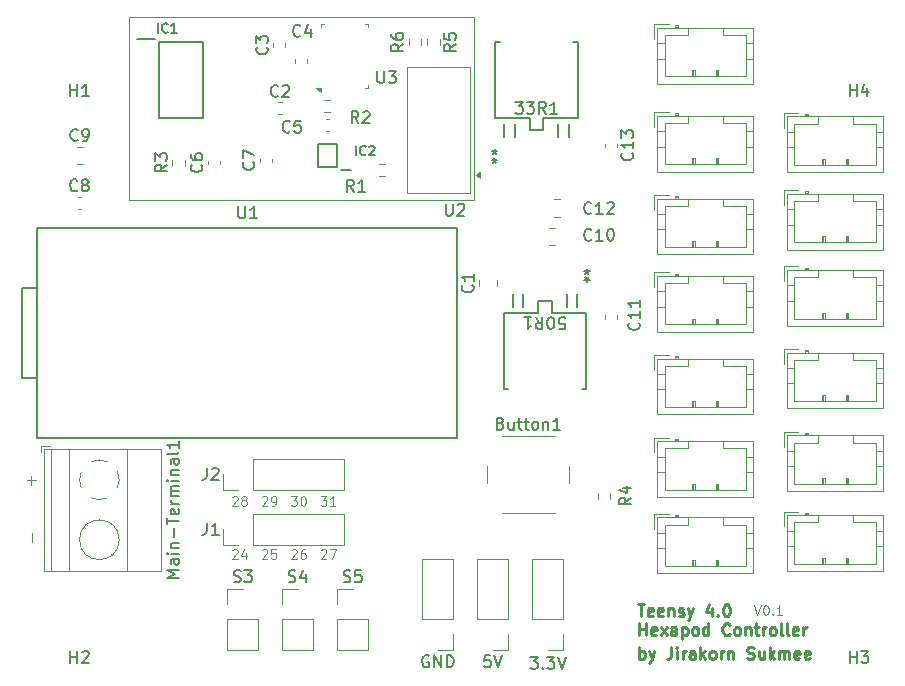
<source format=gbr>
%TF.GenerationSoftware,KiCad,Pcbnew,8.0.7*%
%TF.CreationDate,2024-12-26T23:36:23+07:00*%
%TF.ProjectId,Teensy4.0PCB,5465656e-7379-4342-9e30-5043422e6b69,rev?*%
%TF.SameCoordinates,Original*%
%TF.FileFunction,Legend,Top*%
%TF.FilePolarity,Positive*%
%FSLAX46Y46*%
G04 Gerber Fmt 4.6, Leading zero omitted, Abs format (unit mm)*
G04 Created by KiCad (PCBNEW 8.0.7) date 2024-12-26 23:36:23*
%MOMM*%
%LPD*%
G01*
G04 APERTURE LIST*
%ADD10C,0.100000*%
%ADD11C,0.250000*%
%ADD12C,0.150000*%
%ADD13C,0.200000*%
%ADD14C,0.120000*%
%ADD15C,0.152400*%
G04 APERTURE END LIST*
D10*
X171141979Y-118096895D02*
X171408646Y-118896895D01*
X171408646Y-118896895D02*
X171675312Y-118096895D01*
X172094360Y-118096895D02*
X172170550Y-118096895D01*
X172170550Y-118096895D02*
X172246741Y-118134990D01*
X172246741Y-118134990D02*
X172284836Y-118173085D01*
X172284836Y-118173085D02*
X172322931Y-118249276D01*
X172322931Y-118249276D02*
X172361026Y-118401657D01*
X172361026Y-118401657D02*
X172361026Y-118592133D01*
X172361026Y-118592133D02*
X172322931Y-118744514D01*
X172322931Y-118744514D02*
X172284836Y-118820704D01*
X172284836Y-118820704D02*
X172246741Y-118858800D01*
X172246741Y-118858800D02*
X172170550Y-118896895D01*
X172170550Y-118896895D02*
X172094360Y-118896895D01*
X172094360Y-118896895D02*
X172018169Y-118858800D01*
X172018169Y-118858800D02*
X171980074Y-118820704D01*
X171980074Y-118820704D02*
X171941979Y-118744514D01*
X171941979Y-118744514D02*
X171903883Y-118592133D01*
X171903883Y-118592133D02*
X171903883Y-118401657D01*
X171903883Y-118401657D02*
X171941979Y-118249276D01*
X171941979Y-118249276D02*
X171980074Y-118173085D01*
X171980074Y-118173085D02*
X172018169Y-118134990D01*
X172018169Y-118134990D02*
X172094360Y-118096895D01*
X172703884Y-118820704D02*
X172741979Y-118858800D01*
X172741979Y-118858800D02*
X172703884Y-118896895D01*
X172703884Y-118896895D02*
X172665788Y-118858800D01*
X172665788Y-118858800D02*
X172703884Y-118820704D01*
X172703884Y-118820704D02*
X172703884Y-118896895D01*
X173503883Y-118896895D02*
X173046740Y-118896895D01*
X173275312Y-118896895D02*
X173275312Y-118096895D01*
X173275312Y-118096895D02*
X173199121Y-118211180D01*
X173199121Y-118211180D02*
X173122931Y-118287371D01*
X173122931Y-118287371D02*
X173046740Y-118325466D01*
D11*
X161402568Y-122614619D02*
X161402568Y-121614619D01*
X161402568Y-121995571D02*
X161497806Y-121947952D01*
X161497806Y-121947952D02*
X161688282Y-121947952D01*
X161688282Y-121947952D02*
X161783520Y-121995571D01*
X161783520Y-121995571D02*
X161831139Y-122043190D01*
X161831139Y-122043190D02*
X161878758Y-122138428D01*
X161878758Y-122138428D02*
X161878758Y-122424142D01*
X161878758Y-122424142D02*
X161831139Y-122519380D01*
X161831139Y-122519380D02*
X161783520Y-122567000D01*
X161783520Y-122567000D02*
X161688282Y-122614619D01*
X161688282Y-122614619D02*
X161497806Y-122614619D01*
X161497806Y-122614619D02*
X161402568Y-122567000D01*
X162212092Y-121947952D02*
X162450187Y-122614619D01*
X162688282Y-121947952D02*
X162450187Y-122614619D01*
X162450187Y-122614619D02*
X162354949Y-122852714D01*
X162354949Y-122852714D02*
X162307330Y-122900333D01*
X162307330Y-122900333D02*
X162212092Y-122947952D01*
X164116854Y-121614619D02*
X164116854Y-122328904D01*
X164116854Y-122328904D02*
X164069235Y-122471761D01*
X164069235Y-122471761D02*
X163973997Y-122567000D01*
X163973997Y-122567000D02*
X163831140Y-122614619D01*
X163831140Y-122614619D02*
X163735902Y-122614619D01*
X164593045Y-122614619D02*
X164593045Y-121947952D01*
X164593045Y-121614619D02*
X164545426Y-121662238D01*
X164545426Y-121662238D02*
X164593045Y-121709857D01*
X164593045Y-121709857D02*
X164640664Y-121662238D01*
X164640664Y-121662238D02*
X164593045Y-121614619D01*
X164593045Y-121614619D02*
X164593045Y-121709857D01*
X165069235Y-122614619D02*
X165069235Y-121947952D01*
X165069235Y-122138428D02*
X165116854Y-122043190D01*
X165116854Y-122043190D02*
X165164473Y-121995571D01*
X165164473Y-121995571D02*
X165259711Y-121947952D01*
X165259711Y-121947952D02*
X165354949Y-121947952D01*
X166116854Y-122614619D02*
X166116854Y-122090809D01*
X166116854Y-122090809D02*
X166069235Y-121995571D01*
X166069235Y-121995571D02*
X165973997Y-121947952D01*
X165973997Y-121947952D02*
X165783521Y-121947952D01*
X165783521Y-121947952D02*
X165688283Y-121995571D01*
X166116854Y-122567000D02*
X166021616Y-122614619D01*
X166021616Y-122614619D02*
X165783521Y-122614619D01*
X165783521Y-122614619D02*
X165688283Y-122567000D01*
X165688283Y-122567000D02*
X165640664Y-122471761D01*
X165640664Y-122471761D02*
X165640664Y-122376523D01*
X165640664Y-122376523D02*
X165688283Y-122281285D01*
X165688283Y-122281285D02*
X165783521Y-122233666D01*
X165783521Y-122233666D02*
X166021616Y-122233666D01*
X166021616Y-122233666D02*
X166116854Y-122186047D01*
X166593045Y-122614619D02*
X166593045Y-121614619D01*
X166688283Y-122233666D02*
X166973997Y-122614619D01*
X166973997Y-121947952D02*
X166593045Y-122328904D01*
X167545426Y-122614619D02*
X167450188Y-122567000D01*
X167450188Y-122567000D02*
X167402569Y-122519380D01*
X167402569Y-122519380D02*
X167354950Y-122424142D01*
X167354950Y-122424142D02*
X167354950Y-122138428D01*
X167354950Y-122138428D02*
X167402569Y-122043190D01*
X167402569Y-122043190D02*
X167450188Y-121995571D01*
X167450188Y-121995571D02*
X167545426Y-121947952D01*
X167545426Y-121947952D02*
X167688283Y-121947952D01*
X167688283Y-121947952D02*
X167783521Y-121995571D01*
X167783521Y-121995571D02*
X167831140Y-122043190D01*
X167831140Y-122043190D02*
X167878759Y-122138428D01*
X167878759Y-122138428D02*
X167878759Y-122424142D01*
X167878759Y-122424142D02*
X167831140Y-122519380D01*
X167831140Y-122519380D02*
X167783521Y-122567000D01*
X167783521Y-122567000D02*
X167688283Y-122614619D01*
X167688283Y-122614619D02*
X167545426Y-122614619D01*
X168307331Y-122614619D02*
X168307331Y-121947952D01*
X168307331Y-122138428D02*
X168354950Y-122043190D01*
X168354950Y-122043190D02*
X168402569Y-121995571D01*
X168402569Y-121995571D02*
X168497807Y-121947952D01*
X168497807Y-121947952D02*
X168593045Y-121947952D01*
X168926379Y-121947952D02*
X168926379Y-122614619D01*
X168926379Y-122043190D02*
X168973998Y-121995571D01*
X168973998Y-121995571D02*
X169069236Y-121947952D01*
X169069236Y-121947952D02*
X169212093Y-121947952D01*
X169212093Y-121947952D02*
X169307331Y-121995571D01*
X169307331Y-121995571D02*
X169354950Y-122090809D01*
X169354950Y-122090809D02*
X169354950Y-122614619D01*
X170545427Y-122567000D02*
X170688284Y-122614619D01*
X170688284Y-122614619D02*
X170926379Y-122614619D01*
X170926379Y-122614619D02*
X171021617Y-122567000D01*
X171021617Y-122567000D02*
X171069236Y-122519380D01*
X171069236Y-122519380D02*
X171116855Y-122424142D01*
X171116855Y-122424142D02*
X171116855Y-122328904D01*
X171116855Y-122328904D02*
X171069236Y-122233666D01*
X171069236Y-122233666D02*
X171021617Y-122186047D01*
X171021617Y-122186047D02*
X170926379Y-122138428D01*
X170926379Y-122138428D02*
X170735903Y-122090809D01*
X170735903Y-122090809D02*
X170640665Y-122043190D01*
X170640665Y-122043190D02*
X170593046Y-121995571D01*
X170593046Y-121995571D02*
X170545427Y-121900333D01*
X170545427Y-121900333D02*
X170545427Y-121805095D01*
X170545427Y-121805095D02*
X170593046Y-121709857D01*
X170593046Y-121709857D02*
X170640665Y-121662238D01*
X170640665Y-121662238D02*
X170735903Y-121614619D01*
X170735903Y-121614619D02*
X170973998Y-121614619D01*
X170973998Y-121614619D02*
X171116855Y-121662238D01*
X171973998Y-121947952D02*
X171973998Y-122614619D01*
X171545427Y-121947952D02*
X171545427Y-122471761D01*
X171545427Y-122471761D02*
X171593046Y-122567000D01*
X171593046Y-122567000D02*
X171688284Y-122614619D01*
X171688284Y-122614619D02*
X171831141Y-122614619D01*
X171831141Y-122614619D02*
X171926379Y-122567000D01*
X171926379Y-122567000D02*
X171973998Y-122519380D01*
X172450189Y-122614619D02*
X172450189Y-121614619D01*
X172545427Y-122233666D02*
X172831141Y-122614619D01*
X172831141Y-121947952D02*
X172450189Y-122328904D01*
X173259713Y-122614619D02*
X173259713Y-121947952D01*
X173259713Y-122043190D02*
X173307332Y-121995571D01*
X173307332Y-121995571D02*
X173402570Y-121947952D01*
X173402570Y-121947952D02*
X173545427Y-121947952D01*
X173545427Y-121947952D02*
X173640665Y-121995571D01*
X173640665Y-121995571D02*
X173688284Y-122090809D01*
X173688284Y-122090809D02*
X173688284Y-122614619D01*
X173688284Y-122090809D02*
X173735903Y-121995571D01*
X173735903Y-121995571D02*
X173831141Y-121947952D01*
X173831141Y-121947952D02*
X173973998Y-121947952D01*
X173973998Y-121947952D02*
X174069237Y-121995571D01*
X174069237Y-121995571D02*
X174116856Y-122090809D01*
X174116856Y-122090809D02*
X174116856Y-122614619D01*
X174973998Y-122567000D02*
X174878760Y-122614619D01*
X174878760Y-122614619D02*
X174688284Y-122614619D01*
X174688284Y-122614619D02*
X174593046Y-122567000D01*
X174593046Y-122567000D02*
X174545427Y-122471761D01*
X174545427Y-122471761D02*
X174545427Y-122090809D01*
X174545427Y-122090809D02*
X174593046Y-121995571D01*
X174593046Y-121995571D02*
X174688284Y-121947952D01*
X174688284Y-121947952D02*
X174878760Y-121947952D01*
X174878760Y-121947952D02*
X174973998Y-121995571D01*
X174973998Y-121995571D02*
X175021617Y-122090809D01*
X175021617Y-122090809D02*
X175021617Y-122186047D01*
X175021617Y-122186047D02*
X174545427Y-122281285D01*
X175831141Y-122567000D02*
X175735903Y-122614619D01*
X175735903Y-122614619D02*
X175545427Y-122614619D01*
X175545427Y-122614619D02*
X175450189Y-122567000D01*
X175450189Y-122567000D02*
X175402570Y-122471761D01*
X175402570Y-122471761D02*
X175402570Y-122090809D01*
X175402570Y-122090809D02*
X175450189Y-121995571D01*
X175450189Y-121995571D02*
X175545427Y-121947952D01*
X175545427Y-121947952D02*
X175735903Y-121947952D01*
X175735903Y-121947952D02*
X175831141Y-121995571D01*
X175831141Y-121995571D02*
X175878760Y-122090809D01*
X175878760Y-122090809D02*
X175878760Y-122186047D01*
X175878760Y-122186047D02*
X175402570Y-122281285D01*
X161259711Y-118004675D02*
X161831139Y-118004675D01*
X161545425Y-119004675D02*
X161545425Y-118004675D01*
X162545425Y-118957056D02*
X162450187Y-119004675D01*
X162450187Y-119004675D02*
X162259711Y-119004675D01*
X162259711Y-119004675D02*
X162164473Y-118957056D01*
X162164473Y-118957056D02*
X162116854Y-118861817D01*
X162116854Y-118861817D02*
X162116854Y-118480865D01*
X162116854Y-118480865D02*
X162164473Y-118385627D01*
X162164473Y-118385627D02*
X162259711Y-118338008D01*
X162259711Y-118338008D02*
X162450187Y-118338008D01*
X162450187Y-118338008D02*
X162545425Y-118385627D01*
X162545425Y-118385627D02*
X162593044Y-118480865D01*
X162593044Y-118480865D02*
X162593044Y-118576103D01*
X162593044Y-118576103D02*
X162116854Y-118671341D01*
X163402568Y-118957056D02*
X163307330Y-119004675D01*
X163307330Y-119004675D02*
X163116854Y-119004675D01*
X163116854Y-119004675D02*
X163021616Y-118957056D01*
X163021616Y-118957056D02*
X162973997Y-118861817D01*
X162973997Y-118861817D02*
X162973997Y-118480865D01*
X162973997Y-118480865D02*
X163021616Y-118385627D01*
X163021616Y-118385627D02*
X163116854Y-118338008D01*
X163116854Y-118338008D02*
X163307330Y-118338008D01*
X163307330Y-118338008D02*
X163402568Y-118385627D01*
X163402568Y-118385627D02*
X163450187Y-118480865D01*
X163450187Y-118480865D02*
X163450187Y-118576103D01*
X163450187Y-118576103D02*
X162973997Y-118671341D01*
X163878759Y-118338008D02*
X163878759Y-119004675D01*
X163878759Y-118433246D02*
X163926378Y-118385627D01*
X163926378Y-118385627D02*
X164021616Y-118338008D01*
X164021616Y-118338008D02*
X164164473Y-118338008D01*
X164164473Y-118338008D02*
X164259711Y-118385627D01*
X164259711Y-118385627D02*
X164307330Y-118480865D01*
X164307330Y-118480865D02*
X164307330Y-119004675D01*
X164735902Y-118957056D02*
X164831140Y-119004675D01*
X164831140Y-119004675D02*
X165021616Y-119004675D01*
X165021616Y-119004675D02*
X165116854Y-118957056D01*
X165116854Y-118957056D02*
X165164473Y-118861817D01*
X165164473Y-118861817D02*
X165164473Y-118814198D01*
X165164473Y-118814198D02*
X165116854Y-118718960D01*
X165116854Y-118718960D02*
X165021616Y-118671341D01*
X165021616Y-118671341D02*
X164878759Y-118671341D01*
X164878759Y-118671341D02*
X164783521Y-118623722D01*
X164783521Y-118623722D02*
X164735902Y-118528484D01*
X164735902Y-118528484D02*
X164735902Y-118480865D01*
X164735902Y-118480865D02*
X164783521Y-118385627D01*
X164783521Y-118385627D02*
X164878759Y-118338008D01*
X164878759Y-118338008D02*
X165021616Y-118338008D01*
X165021616Y-118338008D02*
X165116854Y-118385627D01*
X165497807Y-118338008D02*
X165735902Y-119004675D01*
X165973997Y-118338008D02*
X165735902Y-119004675D01*
X165735902Y-119004675D02*
X165640664Y-119242770D01*
X165640664Y-119242770D02*
X165593045Y-119290389D01*
X165593045Y-119290389D02*
X165497807Y-119338008D01*
X167545426Y-118338008D02*
X167545426Y-119004675D01*
X167307331Y-117957056D02*
X167069236Y-118671341D01*
X167069236Y-118671341D02*
X167688283Y-118671341D01*
X168069236Y-118909436D02*
X168116855Y-118957056D01*
X168116855Y-118957056D02*
X168069236Y-119004675D01*
X168069236Y-119004675D02*
X168021617Y-118957056D01*
X168021617Y-118957056D02*
X168069236Y-118909436D01*
X168069236Y-118909436D02*
X168069236Y-119004675D01*
X168735902Y-118004675D02*
X168831140Y-118004675D01*
X168831140Y-118004675D02*
X168926378Y-118052294D01*
X168926378Y-118052294D02*
X168973997Y-118099913D01*
X168973997Y-118099913D02*
X169021616Y-118195151D01*
X169021616Y-118195151D02*
X169069235Y-118385627D01*
X169069235Y-118385627D02*
X169069235Y-118623722D01*
X169069235Y-118623722D02*
X169021616Y-118814198D01*
X169021616Y-118814198D02*
X168973997Y-118909436D01*
X168973997Y-118909436D02*
X168926378Y-118957056D01*
X168926378Y-118957056D02*
X168831140Y-119004675D01*
X168831140Y-119004675D02*
X168735902Y-119004675D01*
X168735902Y-119004675D02*
X168640664Y-118957056D01*
X168640664Y-118957056D02*
X168593045Y-118909436D01*
X168593045Y-118909436D02*
X168545426Y-118814198D01*
X168545426Y-118814198D02*
X168497807Y-118623722D01*
X168497807Y-118623722D02*
X168497807Y-118385627D01*
X168497807Y-118385627D02*
X168545426Y-118195151D01*
X168545426Y-118195151D02*
X168593045Y-118099913D01*
X168593045Y-118099913D02*
X168640664Y-118052294D01*
X168640664Y-118052294D02*
X168735902Y-118004675D01*
X161402568Y-120614619D02*
X161402568Y-119614619D01*
X161402568Y-120090809D02*
X161973996Y-120090809D01*
X161973996Y-120614619D02*
X161973996Y-119614619D01*
X162831139Y-120567000D02*
X162735901Y-120614619D01*
X162735901Y-120614619D02*
X162545425Y-120614619D01*
X162545425Y-120614619D02*
X162450187Y-120567000D01*
X162450187Y-120567000D02*
X162402568Y-120471761D01*
X162402568Y-120471761D02*
X162402568Y-120090809D01*
X162402568Y-120090809D02*
X162450187Y-119995571D01*
X162450187Y-119995571D02*
X162545425Y-119947952D01*
X162545425Y-119947952D02*
X162735901Y-119947952D01*
X162735901Y-119947952D02*
X162831139Y-119995571D01*
X162831139Y-119995571D02*
X162878758Y-120090809D01*
X162878758Y-120090809D02*
X162878758Y-120186047D01*
X162878758Y-120186047D02*
X162402568Y-120281285D01*
X163212092Y-120614619D02*
X163735901Y-119947952D01*
X163212092Y-119947952D02*
X163735901Y-120614619D01*
X164545425Y-120614619D02*
X164545425Y-120090809D01*
X164545425Y-120090809D02*
X164497806Y-119995571D01*
X164497806Y-119995571D02*
X164402568Y-119947952D01*
X164402568Y-119947952D02*
X164212092Y-119947952D01*
X164212092Y-119947952D02*
X164116854Y-119995571D01*
X164545425Y-120567000D02*
X164450187Y-120614619D01*
X164450187Y-120614619D02*
X164212092Y-120614619D01*
X164212092Y-120614619D02*
X164116854Y-120567000D01*
X164116854Y-120567000D02*
X164069235Y-120471761D01*
X164069235Y-120471761D02*
X164069235Y-120376523D01*
X164069235Y-120376523D02*
X164116854Y-120281285D01*
X164116854Y-120281285D02*
X164212092Y-120233666D01*
X164212092Y-120233666D02*
X164450187Y-120233666D01*
X164450187Y-120233666D02*
X164545425Y-120186047D01*
X165021616Y-119947952D02*
X165021616Y-120947952D01*
X165021616Y-119995571D02*
X165116854Y-119947952D01*
X165116854Y-119947952D02*
X165307330Y-119947952D01*
X165307330Y-119947952D02*
X165402568Y-119995571D01*
X165402568Y-119995571D02*
X165450187Y-120043190D01*
X165450187Y-120043190D02*
X165497806Y-120138428D01*
X165497806Y-120138428D02*
X165497806Y-120424142D01*
X165497806Y-120424142D02*
X165450187Y-120519380D01*
X165450187Y-120519380D02*
X165402568Y-120567000D01*
X165402568Y-120567000D02*
X165307330Y-120614619D01*
X165307330Y-120614619D02*
X165116854Y-120614619D01*
X165116854Y-120614619D02*
X165021616Y-120567000D01*
X166069235Y-120614619D02*
X165973997Y-120567000D01*
X165973997Y-120567000D02*
X165926378Y-120519380D01*
X165926378Y-120519380D02*
X165878759Y-120424142D01*
X165878759Y-120424142D02*
X165878759Y-120138428D01*
X165878759Y-120138428D02*
X165926378Y-120043190D01*
X165926378Y-120043190D02*
X165973997Y-119995571D01*
X165973997Y-119995571D02*
X166069235Y-119947952D01*
X166069235Y-119947952D02*
X166212092Y-119947952D01*
X166212092Y-119947952D02*
X166307330Y-119995571D01*
X166307330Y-119995571D02*
X166354949Y-120043190D01*
X166354949Y-120043190D02*
X166402568Y-120138428D01*
X166402568Y-120138428D02*
X166402568Y-120424142D01*
X166402568Y-120424142D02*
X166354949Y-120519380D01*
X166354949Y-120519380D02*
X166307330Y-120567000D01*
X166307330Y-120567000D02*
X166212092Y-120614619D01*
X166212092Y-120614619D02*
X166069235Y-120614619D01*
X167259711Y-120614619D02*
X167259711Y-119614619D01*
X167259711Y-120567000D02*
X167164473Y-120614619D01*
X167164473Y-120614619D02*
X166973997Y-120614619D01*
X166973997Y-120614619D02*
X166878759Y-120567000D01*
X166878759Y-120567000D02*
X166831140Y-120519380D01*
X166831140Y-120519380D02*
X166783521Y-120424142D01*
X166783521Y-120424142D02*
X166783521Y-120138428D01*
X166783521Y-120138428D02*
X166831140Y-120043190D01*
X166831140Y-120043190D02*
X166878759Y-119995571D01*
X166878759Y-119995571D02*
X166973997Y-119947952D01*
X166973997Y-119947952D02*
X167164473Y-119947952D01*
X167164473Y-119947952D02*
X167259711Y-119995571D01*
X169069235Y-120519380D02*
X169021616Y-120567000D01*
X169021616Y-120567000D02*
X168878759Y-120614619D01*
X168878759Y-120614619D02*
X168783521Y-120614619D01*
X168783521Y-120614619D02*
X168640664Y-120567000D01*
X168640664Y-120567000D02*
X168545426Y-120471761D01*
X168545426Y-120471761D02*
X168497807Y-120376523D01*
X168497807Y-120376523D02*
X168450188Y-120186047D01*
X168450188Y-120186047D02*
X168450188Y-120043190D01*
X168450188Y-120043190D02*
X168497807Y-119852714D01*
X168497807Y-119852714D02*
X168545426Y-119757476D01*
X168545426Y-119757476D02*
X168640664Y-119662238D01*
X168640664Y-119662238D02*
X168783521Y-119614619D01*
X168783521Y-119614619D02*
X168878759Y-119614619D01*
X168878759Y-119614619D02*
X169021616Y-119662238D01*
X169021616Y-119662238D02*
X169069235Y-119709857D01*
X169640664Y-120614619D02*
X169545426Y-120567000D01*
X169545426Y-120567000D02*
X169497807Y-120519380D01*
X169497807Y-120519380D02*
X169450188Y-120424142D01*
X169450188Y-120424142D02*
X169450188Y-120138428D01*
X169450188Y-120138428D02*
X169497807Y-120043190D01*
X169497807Y-120043190D02*
X169545426Y-119995571D01*
X169545426Y-119995571D02*
X169640664Y-119947952D01*
X169640664Y-119947952D02*
X169783521Y-119947952D01*
X169783521Y-119947952D02*
X169878759Y-119995571D01*
X169878759Y-119995571D02*
X169926378Y-120043190D01*
X169926378Y-120043190D02*
X169973997Y-120138428D01*
X169973997Y-120138428D02*
X169973997Y-120424142D01*
X169973997Y-120424142D02*
X169926378Y-120519380D01*
X169926378Y-120519380D02*
X169878759Y-120567000D01*
X169878759Y-120567000D02*
X169783521Y-120614619D01*
X169783521Y-120614619D02*
X169640664Y-120614619D01*
X170402569Y-119947952D02*
X170402569Y-120614619D01*
X170402569Y-120043190D02*
X170450188Y-119995571D01*
X170450188Y-119995571D02*
X170545426Y-119947952D01*
X170545426Y-119947952D02*
X170688283Y-119947952D01*
X170688283Y-119947952D02*
X170783521Y-119995571D01*
X170783521Y-119995571D02*
X170831140Y-120090809D01*
X170831140Y-120090809D02*
X170831140Y-120614619D01*
X171164474Y-119947952D02*
X171545426Y-119947952D01*
X171307331Y-119614619D02*
X171307331Y-120471761D01*
X171307331Y-120471761D02*
X171354950Y-120567000D01*
X171354950Y-120567000D02*
X171450188Y-120614619D01*
X171450188Y-120614619D02*
X171545426Y-120614619D01*
X171878760Y-120614619D02*
X171878760Y-119947952D01*
X171878760Y-120138428D02*
X171926379Y-120043190D01*
X171926379Y-120043190D02*
X171973998Y-119995571D01*
X171973998Y-119995571D02*
X172069236Y-119947952D01*
X172069236Y-119947952D02*
X172164474Y-119947952D01*
X172640665Y-120614619D02*
X172545427Y-120567000D01*
X172545427Y-120567000D02*
X172497808Y-120519380D01*
X172497808Y-120519380D02*
X172450189Y-120424142D01*
X172450189Y-120424142D02*
X172450189Y-120138428D01*
X172450189Y-120138428D02*
X172497808Y-120043190D01*
X172497808Y-120043190D02*
X172545427Y-119995571D01*
X172545427Y-119995571D02*
X172640665Y-119947952D01*
X172640665Y-119947952D02*
X172783522Y-119947952D01*
X172783522Y-119947952D02*
X172878760Y-119995571D01*
X172878760Y-119995571D02*
X172926379Y-120043190D01*
X172926379Y-120043190D02*
X172973998Y-120138428D01*
X172973998Y-120138428D02*
X172973998Y-120424142D01*
X172973998Y-120424142D02*
X172926379Y-120519380D01*
X172926379Y-120519380D02*
X172878760Y-120567000D01*
X172878760Y-120567000D02*
X172783522Y-120614619D01*
X172783522Y-120614619D02*
X172640665Y-120614619D01*
X173545427Y-120614619D02*
X173450189Y-120567000D01*
X173450189Y-120567000D02*
X173402570Y-120471761D01*
X173402570Y-120471761D02*
X173402570Y-119614619D01*
X174069237Y-120614619D02*
X173973999Y-120567000D01*
X173973999Y-120567000D02*
X173926380Y-120471761D01*
X173926380Y-120471761D02*
X173926380Y-119614619D01*
X174831142Y-120567000D02*
X174735904Y-120614619D01*
X174735904Y-120614619D02*
X174545428Y-120614619D01*
X174545428Y-120614619D02*
X174450190Y-120567000D01*
X174450190Y-120567000D02*
X174402571Y-120471761D01*
X174402571Y-120471761D02*
X174402571Y-120090809D01*
X174402571Y-120090809D02*
X174450190Y-119995571D01*
X174450190Y-119995571D02*
X174545428Y-119947952D01*
X174545428Y-119947952D02*
X174735904Y-119947952D01*
X174735904Y-119947952D02*
X174831142Y-119995571D01*
X174831142Y-119995571D02*
X174878761Y-120090809D01*
X174878761Y-120090809D02*
X174878761Y-120186047D01*
X174878761Y-120186047D02*
X174402571Y-120281285D01*
X175307333Y-120614619D02*
X175307333Y-119947952D01*
X175307333Y-120138428D02*
X175354952Y-120043190D01*
X175354952Y-120043190D02*
X175402571Y-119995571D01*
X175402571Y-119995571D02*
X175497809Y-119947952D01*
X175497809Y-119947952D02*
X175593047Y-119947952D01*
D10*
X126968169Y-108923085D02*
X127006265Y-108884990D01*
X127006265Y-108884990D02*
X127082455Y-108846895D01*
X127082455Y-108846895D02*
X127272931Y-108846895D01*
X127272931Y-108846895D02*
X127349122Y-108884990D01*
X127349122Y-108884990D02*
X127387217Y-108923085D01*
X127387217Y-108923085D02*
X127425312Y-108999276D01*
X127425312Y-108999276D02*
X127425312Y-109075466D01*
X127425312Y-109075466D02*
X127387217Y-109189752D01*
X127387217Y-109189752D02*
X126930074Y-109646895D01*
X126930074Y-109646895D02*
X127425312Y-109646895D01*
X127882455Y-109189752D02*
X127806265Y-109151657D01*
X127806265Y-109151657D02*
X127768170Y-109113561D01*
X127768170Y-109113561D02*
X127730074Y-109037371D01*
X127730074Y-109037371D02*
X127730074Y-108999276D01*
X127730074Y-108999276D02*
X127768170Y-108923085D01*
X127768170Y-108923085D02*
X127806265Y-108884990D01*
X127806265Y-108884990D02*
X127882455Y-108846895D01*
X127882455Y-108846895D02*
X128034836Y-108846895D01*
X128034836Y-108846895D02*
X128111027Y-108884990D01*
X128111027Y-108884990D02*
X128149122Y-108923085D01*
X128149122Y-108923085D02*
X128187217Y-108999276D01*
X128187217Y-108999276D02*
X128187217Y-109037371D01*
X128187217Y-109037371D02*
X128149122Y-109113561D01*
X128149122Y-109113561D02*
X128111027Y-109151657D01*
X128111027Y-109151657D02*
X128034836Y-109189752D01*
X128034836Y-109189752D02*
X127882455Y-109189752D01*
X127882455Y-109189752D02*
X127806265Y-109227847D01*
X127806265Y-109227847D02*
X127768170Y-109265942D01*
X127768170Y-109265942D02*
X127730074Y-109342133D01*
X127730074Y-109342133D02*
X127730074Y-109494514D01*
X127730074Y-109494514D02*
X127768170Y-109570704D01*
X127768170Y-109570704D02*
X127806265Y-109608800D01*
X127806265Y-109608800D02*
X127882455Y-109646895D01*
X127882455Y-109646895D02*
X128034836Y-109646895D01*
X128034836Y-109646895D02*
X128111027Y-109608800D01*
X128111027Y-109608800D02*
X128149122Y-109570704D01*
X128149122Y-109570704D02*
X128187217Y-109494514D01*
X128187217Y-109494514D02*
X128187217Y-109342133D01*
X128187217Y-109342133D02*
X128149122Y-109265942D01*
X128149122Y-109265942D02*
X128111027Y-109227847D01*
X128111027Y-109227847D02*
X128034836Y-109189752D01*
X129468169Y-108923085D02*
X129506265Y-108884990D01*
X129506265Y-108884990D02*
X129582455Y-108846895D01*
X129582455Y-108846895D02*
X129772931Y-108846895D01*
X129772931Y-108846895D02*
X129849122Y-108884990D01*
X129849122Y-108884990D02*
X129887217Y-108923085D01*
X129887217Y-108923085D02*
X129925312Y-108999276D01*
X129925312Y-108999276D02*
X129925312Y-109075466D01*
X129925312Y-109075466D02*
X129887217Y-109189752D01*
X129887217Y-109189752D02*
X129430074Y-109646895D01*
X129430074Y-109646895D02*
X129925312Y-109646895D01*
X130306265Y-109646895D02*
X130458646Y-109646895D01*
X130458646Y-109646895D02*
X130534836Y-109608800D01*
X130534836Y-109608800D02*
X130572932Y-109570704D01*
X130572932Y-109570704D02*
X130649122Y-109456419D01*
X130649122Y-109456419D02*
X130687217Y-109304038D01*
X130687217Y-109304038D02*
X130687217Y-108999276D01*
X130687217Y-108999276D02*
X130649122Y-108923085D01*
X130649122Y-108923085D02*
X130611027Y-108884990D01*
X130611027Y-108884990D02*
X130534836Y-108846895D01*
X130534836Y-108846895D02*
X130382455Y-108846895D01*
X130382455Y-108846895D02*
X130306265Y-108884990D01*
X130306265Y-108884990D02*
X130268170Y-108923085D01*
X130268170Y-108923085D02*
X130230074Y-108999276D01*
X130230074Y-108999276D02*
X130230074Y-109189752D01*
X130230074Y-109189752D02*
X130268170Y-109265942D01*
X130268170Y-109265942D02*
X130306265Y-109304038D01*
X130306265Y-109304038D02*
X130382455Y-109342133D01*
X130382455Y-109342133D02*
X130534836Y-109342133D01*
X130534836Y-109342133D02*
X130611027Y-109304038D01*
X130611027Y-109304038D02*
X130649122Y-109265942D01*
X130649122Y-109265942D02*
X130687217Y-109189752D01*
X131930074Y-108846895D02*
X132425312Y-108846895D01*
X132425312Y-108846895D02*
X132158646Y-109151657D01*
X132158646Y-109151657D02*
X132272931Y-109151657D01*
X132272931Y-109151657D02*
X132349122Y-109189752D01*
X132349122Y-109189752D02*
X132387217Y-109227847D01*
X132387217Y-109227847D02*
X132425312Y-109304038D01*
X132425312Y-109304038D02*
X132425312Y-109494514D01*
X132425312Y-109494514D02*
X132387217Y-109570704D01*
X132387217Y-109570704D02*
X132349122Y-109608800D01*
X132349122Y-109608800D02*
X132272931Y-109646895D01*
X132272931Y-109646895D02*
X132044360Y-109646895D01*
X132044360Y-109646895D02*
X131968169Y-109608800D01*
X131968169Y-109608800D02*
X131930074Y-109570704D01*
X132920551Y-108846895D02*
X132996741Y-108846895D01*
X132996741Y-108846895D02*
X133072932Y-108884990D01*
X133072932Y-108884990D02*
X133111027Y-108923085D01*
X133111027Y-108923085D02*
X133149122Y-108999276D01*
X133149122Y-108999276D02*
X133187217Y-109151657D01*
X133187217Y-109151657D02*
X133187217Y-109342133D01*
X133187217Y-109342133D02*
X133149122Y-109494514D01*
X133149122Y-109494514D02*
X133111027Y-109570704D01*
X133111027Y-109570704D02*
X133072932Y-109608800D01*
X133072932Y-109608800D02*
X132996741Y-109646895D01*
X132996741Y-109646895D02*
X132920551Y-109646895D01*
X132920551Y-109646895D02*
X132844360Y-109608800D01*
X132844360Y-109608800D02*
X132806265Y-109570704D01*
X132806265Y-109570704D02*
X132768170Y-109494514D01*
X132768170Y-109494514D02*
X132730074Y-109342133D01*
X132730074Y-109342133D02*
X132730074Y-109151657D01*
X132730074Y-109151657D02*
X132768170Y-108999276D01*
X132768170Y-108999276D02*
X132806265Y-108923085D01*
X132806265Y-108923085D02*
X132844360Y-108884990D01*
X132844360Y-108884990D02*
X132920551Y-108846895D01*
X134430074Y-108846895D02*
X134925312Y-108846895D01*
X134925312Y-108846895D02*
X134658646Y-109151657D01*
X134658646Y-109151657D02*
X134772931Y-109151657D01*
X134772931Y-109151657D02*
X134849122Y-109189752D01*
X134849122Y-109189752D02*
X134887217Y-109227847D01*
X134887217Y-109227847D02*
X134925312Y-109304038D01*
X134925312Y-109304038D02*
X134925312Y-109494514D01*
X134925312Y-109494514D02*
X134887217Y-109570704D01*
X134887217Y-109570704D02*
X134849122Y-109608800D01*
X134849122Y-109608800D02*
X134772931Y-109646895D01*
X134772931Y-109646895D02*
X134544360Y-109646895D01*
X134544360Y-109646895D02*
X134468169Y-109608800D01*
X134468169Y-109608800D02*
X134430074Y-109570704D01*
X135687217Y-109646895D02*
X135230074Y-109646895D01*
X135458646Y-109646895D02*
X135458646Y-108846895D01*
X135458646Y-108846895D02*
X135382455Y-108961180D01*
X135382455Y-108961180D02*
X135306265Y-109037371D01*
X135306265Y-109037371D02*
X135230074Y-109075466D01*
X134468169Y-113423085D02*
X134506265Y-113384990D01*
X134506265Y-113384990D02*
X134582455Y-113346895D01*
X134582455Y-113346895D02*
X134772931Y-113346895D01*
X134772931Y-113346895D02*
X134849122Y-113384990D01*
X134849122Y-113384990D02*
X134887217Y-113423085D01*
X134887217Y-113423085D02*
X134925312Y-113499276D01*
X134925312Y-113499276D02*
X134925312Y-113575466D01*
X134925312Y-113575466D02*
X134887217Y-113689752D01*
X134887217Y-113689752D02*
X134430074Y-114146895D01*
X134430074Y-114146895D02*
X134925312Y-114146895D01*
X135191979Y-113346895D02*
X135725313Y-113346895D01*
X135725313Y-113346895D02*
X135382455Y-114146895D01*
X131968169Y-113423085D02*
X132006265Y-113384990D01*
X132006265Y-113384990D02*
X132082455Y-113346895D01*
X132082455Y-113346895D02*
X132272931Y-113346895D01*
X132272931Y-113346895D02*
X132349122Y-113384990D01*
X132349122Y-113384990D02*
X132387217Y-113423085D01*
X132387217Y-113423085D02*
X132425312Y-113499276D01*
X132425312Y-113499276D02*
X132425312Y-113575466D01*
X132425312Y-113575466D02*
X132387217Y-113689752D01*
X132387217Y-113689752D02*
X131930074Y-114146895D01*
X131930074Y-114146895D02*
X132425312Y-114146895D01*
X133111027Y-113346895D02*
X132958646Y-113346895D01*
X132958646Y-113346895D02*
X132882455Y-113384990D01*
X132882455Y-113384990D02*
X132844360Y-113423085D01*
X132844360Y-113423085D02*
X132768170Y-113537371D01*
X132768170Y-113537371D02*
X132730074Y-113689752D01*
X132730074Y-113689752D02*
X132730074Y-113994514D01*
X132730074Y-113994514D02*
X132768170Y-114070704D01*
X132768170Y-114070704D02*
X132806265Y-114108800D01*
X132806265Y-114108800D02*
X132882455Y-114146895D01*
X132882455Y-114146895D02*
X133034836Y-114146895D01*
X133034836Y-114146895D02*
X133111027Y-114108800D01*
X133111027Y-114108800D02*
X133149122Y-114070704D01*
X133149122Y-114070704D02*
X133187217Y-113994514D01*
X133187217Y-113994514D02*
X133187217Y-113804038D01*
X133187217Y-113804038D02*
X133149122Y-113727847D01*
X133149122Y-113727847D02*
X133111027Y-113689752D01*
X133111027Y-113689752D02*
X133034836Y-113651657D01*
X133034836Y-113651657D02*
X132882455Y-113651657D01*
X132882455Y-113651657D02*
X132806265Y-113689752D01*
X132806265Y-113689752D02*
X132768170Y-113727847D01*
X132768170Y-113727847D02*
X132730074Y-113804038D01*
X129468169Y-113423085D02*
X129506265Y-113384990D01*
X129506265Y-113384990D02*
X129582455Y-113346895D01*
X129582455Y-113346895D02*
X129772931Y-113346895D01*
X129772931Y-113346895D02*
X129849122Y-113384990D01*
X129849122Y-113384990D02*
X129887217Y-113423085D01*
X129887217Y-113423085D02*
X129925312Y-113499276D01*
X129925312Y-113499276D02*
X129925312Y-113575466D01*
X129925312Y-113575466D02*
X129887217Y-113689752D01*
X129887217Y-113689752D02*
X129430074Y-114146895D01*
X129430074Y-114146895D02*
X129925312Y-114146895D01*
X130649122Y-113346895D02*
X130268170Y-113346895D01*
X130268170Y-113346895D02*
X130230074Y-113727847D01*
X130230074Y-113727847D02*
X130268170Y-113689752D01*
X130268170Y-113689752D02*
X130344360Y-113651657D01*
X130344360Y-113651657D02*
X130534836Y-113651657D01*
X130534836Y-113651657D02*
X130611027Y-113689752D01*
X130611027Y-113689752D02*
X130649122Y-113727847D01*
X130649122Y-113727847D02*
X130687217Y-113804038D01*
X130687217Y-113804038D02*
X130687217Y-113994514D01*
X130687217Y-113994514D02*
X130649122Y-114070704D01*
X130649122Y-114070704D02*
X130611027Y-114108800D01*
X130611027Y-114108800D02*
X130534836Y-114146895D01*
X130534836Y-114146895D02*
X130344360Y-114146895D01*
X130344360Y-114146895D02*
X130268170Y-114108800D01*
X130268170Y-114108800D02*
X130230074Y-114070704D01*
X126968169Y-113423085D02*
X127006265Y-113384990D01*
X127006265Y-113384990D02*
X127082455Y-113346895D01*
X127082455Y-113346895D02*
X127272931Y-113346895D01*
X127272931Y-113346895D02*
X127349122Y-113384990D01*
X127349122Y-113384990D02*
X127387217Y-113423085D01*
X127387217Y-113423085D02*
X127425312Y-113499276D01*
X127425312Y-113499276D02*
X127425312Y-113575466D01*
X127425312Y-113575466D02*
X127387217Y-113689752D01*
X127387217Y-113689752D02*
X126930074Y-114146895D01*
X126930074Y-114146895D02*
X127425312Y-114146895D01*
X128111027Y-113613561D02*
X128111027Y-114146895D01*
X127920551Y-113308800D02*
X127730074Y-113880228D01*
X127730074Y-113880228D02*
X128225313Y-113880228D01*
X109991466Y-112696115D02*
X109991466Y-111934211D01*
X109553884Y-107491466D02*
X110315789Y-107491466D01*
X109934836Y-107872419D02*
X109934836Y-107110514D01*
D12*
X113870833Y-78679580D02*
X113823214Y-78727200D01*
X113823214Y-78727200D02*
X113680357Y-78774819D01*
X113680357Y-78774819D02*
X113585119Y-78774819D01*
X113585119Y-78774819D02*
X113442262Y-78727200D01*
X113442262Y-78727200D02*
X113347024Y-78631961D01*
X113347024Y-78631961D02*
X113299405Y-78536723D01*
X113299405Y-78536723D02*
X113251786Y-78346247D01*
X113251786Y-78346247D02*
X113251786Y-78203390D01*
X113251786Y-78203390D02*
X113299405Y-78012914D01*
X113299405Y-78012914D02*
X113347024Y-77917676D01*
X113347024Y-77917676D02*
X113442262Y-77822438D01*
X113442262Y-77822438D02*
X113585119Y-77774819D01*
X113585119Y-77774819D02*
X113680357Y-77774819D01*
X113680357Y-77774819D02*
X113823214Y-77822438D01*
X113823214Y-77822438D02*
X113870833Y-77870057D01*
X114347024Y-78774819D02*
X114537500Y-78774819D01*
X114537500Y-78774819D02*
X114632738Y-78727200D01*
X114632738Y-78727200D02*
X114680357Y-78679580D01*
X114680357Y-78679580D02*
X114775595Y-78536723D01*
X114775595Y-78536723D02*
X114823214Y-78346247D01*
X114823214Y-78346247D02*
X114823214Y-77965295D01*
X114823214Y-77965295D02*
X114775595Y-77870057D01*
X114775595Y-77870057D02*
X114727976Y-77822438D01*
X114727976Y-77822438D02*
X114632738Y-77774819D01*
X114632738Y-77774819D02*
X114442262Y-77774819D01*
X114442262Y-77774819D02*
X114347024Y-77822438D01*
X114347024Y-77822438D02*
X114299405Y-77870057D01*
X114299405Y-77870057D02*
X114251786Y-77965295D01*
X114251786Y-77965295D02*
X114251786Y-78203390D01*
X114251786Y-78203390D02*
X114299405Y-78298628D01*
X114299405Y-78298628D02*
X114347024Y-78346247D01*
X114347024Y-78346247D02*
X114442262Y-78393866D01*
X114442262Y-78393866D02*
X114632738Y-78393866D01*
X114632738Y-78393866D02*
X114727976Y-78346247D01*
X114727976Y-78346247D02*
X114775595Y-78298628D01*
X114775595Y-78298628D02*
X114823214Y-78203390D01*
X121424819Y-80766666D02*
X120948628Y-81099999D01*
X121424819Y-81338094D02*
X120424819Y-81338094D01*
X120424819Y-81338094D02*
X120424819Y-80957142D01*
X120424819Y-80957142D02*
X120472438Y-80861904D01*
X120472438Y-80861904D02*
X120520057Y-80814285D01*
X120520057Y-80814285D02*
X120615295Y-80766666D01*
X120615295Y-80766666D02*
X120758152Y-80766666D01*
X120758152Y-80766666D02*
X120853390Y-80814285D01*
X120853390Y-80814285D02*
X120901009Y-80861904D01*
X120901009Y-80861904D02*
X120948628Y-80957142D01*
X120948628Y-80957142D02*
X120948628Y-81338094D01*
X120424819Y-80433332D02*
X120424819Y-79814285D01*
X120424819Y-79814285D02*
X120805771Y-80147618D01*
X120805771Y-80147618D02*
X120805771Y-80004761D01*
X120805771Y-80004761D02*
X120853390Y-79909523D01*
X120853390Y-79909523D02*
X120901009Y-79861904D01*
X120901009Y-79861904D02*
X120996247Y-79814285D01*
X120996247Y-79814285D02*
X121234342Y-79814285D01*
X121234342Y-79814285D02*
X121329580Y-79861904D01*
X121329580Y-79861904D02*
X121377200Y-79909523D01*
X121377200Y-79909523D02*
X121424819Y-80004761D01*
X121424819Y-80004761D02*
X121424819Y-80290475D01*
X121424819Y-80290475D02*
X121377200Y-80385713D01*
X121377200Y-80385713D02*
X121329580Y-80433332D01*
X152173810Y-122454819D02*
X152792857Y-122454819D01*
X152792857Y-122454819D02*
X152459524Y-122835771D01*
X152459524Y-122835771D02*
X152602381Y-122835771D01*
X152602381Y-122835771D02*
X152697619Y-122883390D01*
X152697619Y-122883390D02*
X152745238Y-122931009D01*
X152745238Y-122931009D02*
X152792857Y-123026247D01*
X152792857Y-123026247D02*
X152792857Y-123264342D01*
X152792857Y-123264342D02*
X152745238Y-123359580D01*
X152745238Y-123359580D02*
X152697619Y-123407200D01*
X152697619Y-123407200D02*
X152602381Y-123454819D01*
X152602381Y-123454819D02*
X152316667Y-123454819D01*
X152316667Y-123454819D02*
X152221429Y-123407200D01*
X152221429Y-123407200D02*
X152173810Y-123359580D01*
X153221429Y-123359580D02*
X153269048Y-123407200D01*
X153269048Y-123407200D02*
X153221429Y-123454819D01*
X153221429Y-123454819D02*
X153173810Y-123407200D01*
X153173810Y-123407200D02*
X153221429Y-123359580D01*
X153221429Y-123359580D02*
X153221429Y-123454819D01*
X153602381Y-122454819D02*
X154221428Y-122454819D01*
X154221428Y-122454819D02*
X153888095Y-122835771D01*
X153888095Y-122835771D02*
X154030952Y-122835771D01*
X154030952Y-122835771D02*
X154126190Y-122883390D01*
X154126190Y-122883390D02*
X154173809Y-122931009D01*
X154173809Y-122931009D02*
X154221428Y-123026247D01*
X154221428Y-123026247D02*
X154221428Y-123264342D01*
X154221428Y-123264342D02*
X154173809Y-123359580D01*
X154173809Y-123359580D02*
X154126190Y-123407200D01*
X154126190Y-123407200D02*
X154030952Y-123454819D01*
X154030952Y-123454819D02*
X153745238Y-123454819D01*
X153745238Y-123454819D02*
X153650000Y-123407200D01*
X153650000Y-123407200D02*
X153602381Y-123359580D01*
X154507143Y-122454819D02*
X154840476Y-123454819D01*
X154840476Y-123454819D02*
X155173809Y-122454819D01*
X157357142Y-84859580D02*
X157309523Y-84907200D01*
X157309523Y-84907200D02*
X157166666Y-84954819D01*
X157166666Y-84954819D02*
X157071428Y-84954819D01*
X157071428Y-84954819D02*
X156928571Y-84907200D01*
X156928571Y-84907200D02*
X156833333Y-84811961D01*
X156833333Y-84811961D02*
X156785714Y-84716723D01*
X156785714Y-84716723D02*
X156738095Y-84526247D01*
X156738095Y-84526247D02*
X156738095Y-84383390D01*
X156738095Y-84383390D02*
X156785714Y-84192914D01*
X156785714Y-84192914D02*
X156833333Y-84097676D01*
X156833333Y-84097676D02*
X156928571Y-84002438D01*
X156928571Y-84002438D02*
X157071428Y-83954819D01*
X157071428Y-83954819D02*
X157166666Y-83954819D01*
X157166666Y-83954819D02*
X157309523Y-84002438D01*
X157309523Y-84002438D02*
X157357142Y-84050057D01*
X158309523Y-84954819D02*
X157738095Y-84954819D01*
X158023809Y-84954819D02*
X158023809Y-83954819D01*
X158023809Y-83954819D02*
X157928571Y-84097676D01*
X157928571Y-84097676D02*
X157833333Y-84192914D01*
X157833333Y-84192914D02*
X157738095Y-84240533D01*
X158690476Y-84050057D02*
X158738095Y-84002438D01*
X158738095Y-84002438D02*
X158833333Y-83954819D01*
X158833333Y-83954819D02*
X159071428Y-83954819D01*
X159071428Y-83954819D02*
X159166666Y-84002438D01*
X159166666Y-84002438D02*
X159214285Y-84050057D01*
X159214285Y-84050057D02*
X159261904Y-84145295D01*
X159261904Y-84145295D02*
X159261904Y-84240533D01*
X159261904Y-84240533D02*
X159214285Y-84383390D01*
X159214285Y-84383390D02*
X158642857Y-84954819D01*
X158642857Y-84954819D02*
X159261904Y-84954819D01*
X149666666Y-102681009D02*
X149809523Y-102728628D01*
X149809523Y-102728628D02*
X149857142Y-102776247D01*
X149857142Y-102776247D02*
X149904761Y-102871485D01*
X149904761Y-102871485D02*
X149904761Y-103014342D01*
X149904761Y-103014342D02*
X149857142Y-103109580D01*
X149857142Y-103109580D02*
X149809523Y-103157200D01*
X149809523Y-103157200D02*
X149714285Y-103204819D01*
X149714285Y-103204819D02*
X149333333Y-103204819D01*
X149333333Y-103204819D02*
X149333333Y-102204819D01*
X149333333Y-102204819D02*
X149666666Y-102204819D01*
X149666666Y-102204819D02*
X149761904Y-102252438D01*
X149761904Y-102252438D02*
X149809523Y-102300057D01*
X149809523Y-102300057D02*
X149857142Y-102395295D01*
X149857142Y-102395295D02*
X149857142Y-102490533D01*
X149857142Y-102490533D02*
X149809523Y-102585771D01*
X149809523Y-102585771D02*
X149761904Y-102633390D01*
X149761904Y-102633390D02*
X149666666Y-102681009D01*
X149666666Y-102681009D02*
X149333333Y-102681009D01*
X150761904Y-102538152D02*
X150761904Y-103204819D01*
X150333333Y-102538152D02*
X150333333Y-103061961D01*
X150333333Y-103061961D02*
X150380952Y-103157200D01*
X150380952Y-103157200D02*
X150476190Y-103204819D01*
X150476190Y-103204819D02*
X150619047Y-103204819D01*
X150619047Y-103204819D02*
X150714285Y-103157200D01*
X150714285Y-103157200D02*
X150761904Y-103109580D01*
X151095238Y-102538152D02*
X151476190Y-102538152D01*
X151238095Y-102204819D02*
X151238095Y-103061961D01*
X151238095Y-103061961D02*
X151285714Y-103157200D01*
X151285714Y-103157200D02*
X151380952Y-103204819D01*
X151380952Y-103204819D02*
X151476190Y-103204819D01*
X151666667Y-102538152D02*
X152047619Y-102538152D01*
X151809524Y-102204819D02*
X151809524Y-103061961D01*
X151809524Y-103061961D02*
X151857143Y-103157200D01*
X151857143Y-103157200D02*
X151952381Y-103204819D01*
X151952381Y-103204819D02*
X152047619Y-103204819D01*
X152523810Y-103204819D02*
X152428572Y-103157200D01*
X152428572Y-103157200D02*
X152380953Y-103109580D01*
X152380953Y-103109580D02*
X152333334Y-103014342D01*
X152333334Y-103014342D02*
X152333334Y-102728628D01*
X152333334Y-102728628D02*
X152380953Y-102633390D01*
X152380953Y-102633390D02*
X152428572Y-102585771D01*
X152428572Y-102585771D02*
X152523810Y-102538152D01*
X152523810Y-102538152D02*
X152666667Y-102538152D01*
X152666667Y-102538152D02*
X152761905Y-102585771D01*
X152761905Y-102585771D02*
X152809524Y-102633390D01*
X152809524Y-102633390D02*
X152857143Y-102728628D01*
X152857143Y-102728628D02*
X152857143Y-103014342D01*
X152857143Y-103014342D02*
X152809524Y-103109580D01*
X152809524Y-103109580D02*
X152761905Y-103157200D01*
X152761905Y-103157200D02*
X152666667Y-103204819D01*
X152666667Y-103204819D02*
X152523810Y-103204819D01*
X153285715Y-102538152D02*
X153285715Y-103204819D01*
X153285715Y-102633390D02*
X153333334Y-102585771D01*
X153333334Y-102585771D02*
X153428572Y-102538152D01*
X153428572Y-102538152D02*
X153571429Y-102538152D01*
X153571429Y-102538152D02*
X153666667Y-102585771D01*
X153666667Y-102585771D02*
X153714286Y-102681009D01*
X153714286Y-102681009D02*
X153714286Y-103204819D01*
X154714286Y-103204819D02*
X154142858Y-103204819D01*
X154428572Y-103204819D02*
X154428572Y-102204819D01*
X154428572Y-102204819D02*
X154333334Y-102347676D01*
X154333334Y-102347676D02*
X154238096Y-102442914D01*
X154238096Y-102442914D02*
X154142858Y-102490533D01*
X148809523Y-122324819D02*
X148333333Y-122324819D01*
X148333333Y-122324819D02*
X148285714Y-122801009D01*
X148285714Y-122801009D02*
X148333333Y-122753390D01*
X148333333Y-122753390D02*
X148428571Y-122705771D01*
X148428571Y-122705771D02*
X148666666Y-122705771D01*
X148666666Y-122705771D02*
X148761904Y-122753390D01*
X148761904Y-122753390D02*
X148809523Y-122801009D01*
X148809523Y-122801009D02*
X148857142Y-122896247D01*
X148857142Y-122896247D02*
X148857142Y-123134342D01*
X148857142Y-123134342D02*
X148809523Y-123229580D01*
X148809523Y-123229580D02*
X148761904Y-123277200D01*
X148761904Y-123277200D02*
X148666666Y-123324819D01*
X148666666Y-123324819D02*
X148428571Y-123324819D01*
X148428571Y-123324819D02*
X148333333Y-123277200D01*
X148333333Y-123277200D02*
X148285714Y-123229580D01*
X149142857Y-122324819D02*
X149476190Y-123324819D01*
X149476190Y-123324819D02*
X149809523Y-122324819D01*
X131833333Y-77959580D02*
X131785714Y-78007200D01*
X131785714Y-78007200D02*
X131642857Y-78054819D01*
X131642857Y-78054819D02*
X131547619Y-78054819D01*
X131547619Y-78054819D02*
X131404762Y-78007200D01*
X131404762Y-78007200D02*
X131309524Y-77911961D01*
X131309524Y-77911961D02*
X131261905Y-77816723D01*
X131261905Y-77816723D02*
X131214286Y-77626247D01*
X131214286Y-77626247D02*
X131214286Y-77483390D01*
X131214286Y-77483390D02*
X131261905Y-77292914D01*
X131261905Y-77292914D02*
X131309524Y-77197676D01*
X131309524Y-77197676D02*
X131404762Y-77102438D01*
X131404762Y-77102438D02*
X131547619Y-77054819D01*
X131547619Y-77054819D02*
X131642857Y-77054819D01*
X131642857Y-77054819D02*
X131785714Y-77102438D01*
X131785714Y-77102438D02*
X131833333Y-77150057D01*
X132738095Y-77054819D02*
X132261905Y-77054819D01*
X132261905Y-77054819D02*
X132214286Y-77531009D01*
X132214286Y-77531009D02*
X132261905Y-77483390D01*
X132261905Y-77483390D02*
X132357143Y-77435771D01*
X132357143Y-77435771D02*
X132595238Y-77435771D01*
X132595238Y-77435771D02*
X132690476Y-77483390D01*
X132690476Y-77483390D02*
X132738095Y-77531009D01*
X132738095Y-77531009D02*
X132785714Y-77626247D01*
X132785714Y-77626247D02*
X132785714Y-77864342D01*
X132785714Y-77864342D02*
X132738095Y-77959580D01*
X132738095Y-77959580D02*
X132690476Y-78007200D01*
X132690476Y-78007200D02*
X132595238Y-78054819D01*
X132595238Y-78054819D02*
X132357143Y-78054819D01*
X132357143Y-78054819D02*
X132261905Y-78007200D01*
X132261905Y-78007200D02*
X132214286Y-77959580D01*
X179238095Y-122954819D02*
X179238095Y-121954819D01*
X179238095Y-122431009D02*
X179809523Y-122431009D01*
X179809523Y-122954819D02*
X179809523Y-121954819D01*
X180190476Y-121954819D02*
X180809523Y-121954819D01*
X180809523Y-121954819D02*
X180476190Y-122335771D01*
X180476190Y-122335771D02*
X180619047Y-122335771D01*
X180619047Y-122335771D02*
X180714285Y-122383390D01*
X180714285Y-122383390D02*
X180761904Y-122431009D01*
X180761904Y-122431009D02*
X180809523Y-122526247D01*
X180809523Y-122526247D02*
X180809523Y-122764342D01*
X180809523Y-122764342D02*
X180761904Y-122859580D01*
X180761904Y-122859580D02*
X180714285Y-122907200D01*
X180714285Y-122907200D02*
X180619047Y-122954819D01*
X180619047Y-122954819D02*
X180333333Y-122954819D01*
X180333333Y-122954819D02*
X180238095Y-122907200D01*
X180238095Y-122907200D02*
X180190476Y-122859580D01*
X160704819Y-108966666D02*
X160228628Y-109299999D01*
X160704819Y-109538094D02*
X159704819Y-109538094D01*
X159704819Y-109538094D02*
X159704819Y-109157142D01*
X159704819Y-109157142D02*
X159752438Y-109061904D01*
X159752438Y-109061904D02*
X159800057Y-109014285D01*
X159800057Y-109014285D02*
X159895295Y-108966666D01*
X159895295Y-108966666D02*
X160038152Y-108966666D01*
X160038152Y-108966666D02*
X160133390Y-109014285D01*
X160133390Y-109014285D02*
X160181009Y-109061904D01*
X160181009Y-109061904D02*
X160228628Y-109157142D01*
X160228628Y-109157142D02*
X160228628Y-109538094D01*
X160038152Y-108109523D02*
X160704819Y-108109523D01*
X159657200Y-108347618D02*
X160371485Y-108585713D01*
X160371485Y-108585713D02*
X160371485Y-107966666D01*
X179238095Y-74954819D02*
X179238095Y-73954819D01*
X179238095Y-74431009D02*
X179809523Y-74431009D01*
X179809523Y-74954819D02*
X179809523Y-73954819D01*
X180714285Y-74288152D02*
X180714285Y-74954819D01*
X180476190Y-73907200D02*
X180238095Y-74621485D01*
X180238095Y-74621485D02*
X180857142Y-74621485D01*
X143588095Y-122372438D02*
X143492857Y-122324819D01*
X143492857Y-122324819D02*
X143350000Y-122324819D01*
X143350000Y-122324819D02*
X143207143Y-122372438D01*
X143207143Y-122372438D02*
X143111905Y-122467676D01*
X143111905Y-122467676D02*
X143064286Y-122562914D01*
X143064286Y-122562914D02*
X143016667Y-122753390D01*
X143016667Y-122753390D02*
X143016667Y-122896247D01*
X143016667Y-122896247D02*
X143064286Y-123086723D01*
X143064286Y-123086723D02*
X143111905Y-123181961D01*
X143111905Y-123181961D02*
X143207143Y-123277200D01*
X143207143Y-123277200D02*
X143350000Y-123324819D01*
X143350000Y-123324819D02*
X143445238Y-123324819D01*
X143445238Y-123324819D02*
X143588095Y-123277200D01*
X143588095Y-123277200D02*
X143635714Y-123229580D01*
X143635714Y-123229580D02*
X143635714Y-122896247D01*
X143635714Y-122896247D02*
X143445238Y-122896247D01*
X144064286Y-123324819D02*
X144064286Y-122324819D01*
X144064286Y-122324819D02*
X144635714Y-123324819D01*
X144635714Y-123324819D02*
X144635714Y-122324819D01*
X145111905Y-123324819D02*
X145111905Y-122324819D01*
X145111905Y-122324819D02*
X145350000Y-122324819D01*
X145350000Y-122324819D02*
X145492857Y-122372438D01*
X145492857Y-122372438D02*
X145588095Y-122467676D01*
X145588095Y-122467676D02*
X145635714Y-122562914D01*
X145635714Y-122562914D02*
X145683333Y-122753390D01*
X145683333Y-122753390D02*
X145683333Y-122896247D01*
X145683333Y-122896247D02*
X145635714Y-123086723D01*
X145635714Y-123086723D02*
X145588095Y-123181961D01*
X145588095Y-123181961D02*
X145492857Y-123277200D01*
X145492857Y-123277200D02*
X145350000Y-123324819D01*
X145350000Y-123324819D02*
X145111905Y-123324819D01*
X124329580Y-80766666D02*
X124377200Y-80814285D01*
X124377200Y-80814285D02*
X124424819Y-80957142D01*
X124424819Y-80957142D02*
X124424819Y-81052380D01*
X124424819Y-81052380D02*
X124377200Y-81195237D01*
X124377200Y-81195237D02*
X124281961Y-81290475D01*
X124281961Y-81290475D02*
X124186723Y-81338094D01*
X124186723Y-81338094D02*
X123996247Y-81385713D01*
X123996247Y-81385713D02*
X123853390Y-81385713D01*
X123853390Y-81385713D02*
X123662914Y-81338094D01*
X123662914Y-81338094D02*
X123567676Y-81290475D01*
X123567676Y-81290475D02*
X123472438Y-81195237D01*
X123472438Y-81195237D02*
X123424819Y-81052380D01*
X123424819Y-81052380D02*
X123424819Y-80957142D01*
X123424819Y-80957142D02*
X123472438Y-80814285D01*
X123472438Y-80814285D02*
X123520057Y-80766666D01*
X123424819Y-79909523D02*
X123424819Y-80099999D01*
X123424819Y-80099999D02*
X123472438Y-80195237D01*
X123472438Y-80195237D02*
X123520057Y-80242856D01*
X123520057Y-80242856D02*
X123662914Y-80338094D01*
X123662914Y-80338094D02*
X123853390Y-80385713D01*
X123853390Y-80385713D02*
X124234342Y-80385713D01*
X124234342Y-80385713D02*
X124329580Y-80338094D01*
X124329580Y-80338094D02*
X124377200Y-80290475D01*
X124377200Y-80290475D02*
X124424819Y-80195237D01*
X124424819Y-80195237D02*
X124424819Y-80004761D01*
X124424819Y-80004761D02*
X124377200Y-79909523D01*
X124377200Y-79909523D02*
X124329580Y-79861904D01*
X124329580Y-79861904D02*
X124234342Y-79814285D01*
X124234342Y-79814285D02*
X123996247Y-79814285D01*
X123996247Y-79814285D02*
X123901009Y-79861904D01*
X123901009Y-79861904D02*
X123853390Y-79909523D01*
X123853390Y-79909523D02*
X123805771Y-80004761D01*
X123805771Y-80004761D02*
X123805771Y-80195237D01*
X123805771Y-80195237D02*
X123853390Y-80290475D01*
X123853390Y-80290475D02*
X123901009Y-80338094D01*
X123901009Y-80338094D02*
X123996247Y-80385713D01*
X161359580Y-94142857D02*
X161407200Y-94190476D01*
X161407200Y-94190476D02*
X161454819Y-94333333D01*
X161454819Y-94333333D02*
X161454819Y-94428571D01*
X161454819Y-94428571D02*
X161407200Y-94571428D01*
X161407200Y-94571428D02*
X161311961Y-94666666D01*
X161311961Y-94666666D02*
X161216723Y-94714285D01*
X161216723Y-94714285D02*
X161026247Y-94761904D01*
X161026247Y-94761904D02*
X160883390Y-94761904D01*
X160883390Y-94761904D02*
X160692914Y-94714285D01*
X160692914Y-94714285D02*
X160597676Y-94666666D01*
X160597676Y-94666666D02*
X160502438Y-94571428D01*
X160502438Y-94571428D02*
X160454819Y-94428571D01*
X160454819Y-94428571D02*
X160454819Y-94333333D01*
X160454819Y-94333333D02*
X160502438Y-94190476D01*
X160502438Y-94190476D02*
X160550057Y-94142857D01*
X161454819Y-93190476D02*
X161454819Y-93761904D01*
X161454819Y-93476190D02*
X160454819Y-93476190D01*
X160454819Y-93476190D02*
X160597676Y-93571428D01*
X160597676Y-93571428D02*
X160692914Y-93666666D01*
X160692914Y-93666666D02*
X160740533Y-93761904D01*
X161454819Y-92238095D02*
X161454819Y-92809523D01*
X161454819Y-92523809D02*
X160454819Y-92523809D01*
X160454819Y-92523809D02*
X160597676Y-92619047D01*
X160597676Y-92619047D02*
X160692914Y-92714285D01*
X160692914Y-92714285D02*
X160740533Y-92809523D01*
X139238095Y-72854819D02*
X139238095Y-73664342D01*
X139238095Y-73664342D02*
X139285714Y-73759580D01*
X139285714Y-73759580D02*
X139333333Y-73807200D01*
X139333333Y-73807200D02*
X139428571Y-73854819D01*
X139428571Y-73854819D02*
X139619047Y-73854819D01*
X139619047Y-73854819D02*
X139714285Y-73807200D01*
X139714285Y-73807200D02*
X139761904Y-73759580D01*
X139761904Y-73759580D02*
X139809523Y-73664342D01*
X139809523Y-73664342D02*
X139809523Y-72854819D01*
X140190476Y-72854819D02*
X140809523Y-72854819D01*
X140809523Y-72854819D02*
X140476190Y-73235771D01*
X140476190Y-73235771D02*
X140619047Y-73235771D01*
X140619047Y-73235771D02*
X140714285Y-73283390D01*
X140714285Y-73283390D02*
X140761904Y-73331009D01*
X140761904Y-73331009D02*
X140809523Y-73426247D01*
X140809523Y-73426247D02*
X140809523Y-73664342D01*
X140809523Y-73664342D02*
X140761904Y-73759580D01*
X140761904Y-73759580D02*
X140714285Y-73807200D01*
X140714285Y-73807200D02*
X140619047Y-73854819D01*
X140619047Y-73854819D02*
X140333333Y-73854819D01*
X140333333Y-73854819D02*
X140238095Y-73807200D01*
X140238095Y-73807200D02*
X140190476Y-73759580D01*
X145884819Y-70566666D02*
X145408628Y-70899999D01*
X145884819Y-71138094D02*
X144884819Y-71138094D01*
X144884819Y-71138094D02*
X144884819Y-70757142D01*
X144884819Y-70757142D02*
X144932438Y-70661904D01*
X144932438Y-70661904D02*
X144980057Y-70614285D01*
X144980057Y-70614285D02*
X145075295Y-70566666D01*
X145075295Y-70566666D02*
X145218152Y-70566666D01*
X145218152Y-70566666D02*
X145313390Y-70614285D01*
X145313390Y-70614285D02*
X145361009Y-70661904D01*
X145361009Y-70661904D02*
X145408628Y-70757142D01*
X145408628Y-70757142D02*
X145408628Y-71138094D01*
X144884819Y-69661904D02*
X144884819Y-70138094D01*
X144884819Y-70138094D02*
X145361009Y-70185713D01*
X145361009Y-70185713D02*
X145313390Y-70138094D01*
X145313390Y-70138094D02*
X145265771Y-70042856D01*
X145265771Y-70042856D02*
X145265771Y-69804761D01*
X145265771Y-69804761D02*
X145313390Y-69709523D01*
X145313390Y-69709523D02*
X145361009Y-69661904D01*
X145361009Y-69661904D02*
X145456247Y-69614285D01*
X145456247Y-69614285D02*
X145694342Y-69614285D01*
X145694342Y-69614285D02*
X145789580Y-69661904D01*
X145789580Y-69661904D02*
X145837200Y-69709523D01*
X145837200Y-69709523D02*
X145884819Y-69804761D01*
X145884819Y-69804761D02*
X145884819Y-70042856D01*
X145884819Y-70042856D02*
X145837200Y-70138094D01*
X145837200Y-70138094D02*
X145789580Y-70185713D01*
X141424819Y-70566666D02*
X140948628Y-70899999D01*
X141424819Y-71138094D02*
X140424819Y-71138094D01*
X140424819Y-71138094D02*
X140424819Y-70757142D01*
X140424819Y-70757142D02*
X140472438Y-70661904D01*
X140472438Y-70661904D02*
X140520057Y-70614285D01*
X140520057Y-70614285D02*
X140615295Y-70566666D01*
X140615295Y-70566666D02*
X140758152Y-70566666D01*
X140758152Y-70566666D02*
X140853390Y-70614285D01*
X140853390Y-70614285D02*
X140901009Y-70661904D01*
X140901009Y-70661904D02*
X140948628Y-70757142D01*
X140948628Y-70757142D02*
X140948628Y-71138094D01*
X140424819Y-69709523D02*
X140424819Y-69899999D01*
X140424819Y-69899999D02*
X140472438Y-69995237D01*
X140472438Y-69995237D02*
X140520057Y-70042856D01*
X140520057Y-70042856D02*
X140662914Y-70138094D01*
X140662914Y-70138094D02*
X140853390Y-70185713D01*
X140853390Y-70185713D02*
X141234342Y-70185713D01*
X141234342Y-70185713D02*
X141329580Y-70138094D01*
X141329580Y-70138094D02*
X141377200Y-70090475D01*
X141377200Y-70090475D02*
X141424819Y-69995237D01*
X141424819Y-69995237D02*
X141424819Y-69804761D01*
X141424819Y-69804761D02*
X141377200Y-69709523D01*
X141377200Y-69709523D02*
X141329580Y-69661904D01*
X141329580Y-69661904D02*
X141234342Y-69614285D01*
X141234342Y-69614285D02*
X140996247Y-69614285D01*
X140996247Y-69614285D02*
X140901009Y-69661904D01*
X140901009Y-69661904D02*
X140853390Y-69709523D01*
X140853390Y-69709523D02*
X140805771Y-69804761D01*
X140805771Y-69804761D02*
X140805771Y-69995237D01*
X140805771Y-69995237D02*
X140853390Y-70090475D01*
X140853390Y-70090475D02*
X140901009Y-70138094D01*
X140901009Y-70138094D02*
X140996247Y-70185713D01*
X113238095Y-74954819D02*
X113238095Y-73954819D01*
X113238095Y-74431009D02*
X113809523Y-74431009D01*
X113809523Y-74954819D02*
X113809523Y-73954819D01*
X114809523Y-74954819D02*
X114238095Y-74954819D01*
X114523809Y-74954819D02*
X114523809Y-73954819D01*
X114523809Y-73954819D02*
X114428571Y-74097676D01*
X114428571Y-74097676D02*
X114333333Y-74192914D01*
X114333333Y-74192914D02*
X114238095Y-74240533D01*
X128729580Y-80566666D02*
X128777200Y-80614285D01*
X128777200Y-80614285D02*
X128824819Y-80757142D01*
X128824819Y-80757142D02*
X128824819Y-80852380D01*
X128824819Y-80852380D02*
X128777200Y-80995237D01*
X128777200Y-80995237D02*
X128681961Y-81090475D01*
X128681961Y-81090475D02*
X128586723Y-81138094D01*
X128586723Y-81138094D02*
X128396247Y-81185713D01*
X128396247Y-81185713D02*
X128253390Y-81185713D01*
X128253390Y-81185713D02*
X128062914Y-81138094D01*
X128062914Y-81138094D02*
X127967676Y-81090475D01*
X127967676Y-81090475D02*
X127872438Y-80995237D01*
X127872438Y-80995237D02*
X127824819Y-80852380D01*
X127824819Y-80852380D02*
X127824819Y-80757142D01*
X127824819Y-80757142D02*
X127872438Y-80614285D01*
X127872438Y-80614285D02*
X127920057Y-80566666D01*
X127824819Y-80233332D02*
X127824819Y-79566666D01*
X127824819Y-79566666D02*
X128824819Y-79995237D01*
X157357142Y-87109580D02*
X157309523Y-87157200D01*
X157309523Y-87157200D02*
X157166666Y-87204819D01*
X157166666Y-87204819D02*
X157071428Y-87204819D01*
X157071428Y-87204819D02*
X156928571Y-87157200D01*
X156928571Y-87157200D02*
X156833333Y-87061961D01*
X156833333Y-87061961D02*
X156785714Y-86966723D01*
X156785714Y-86966723D02*
X156738095Y-86776247D01*
X156738095Y-86776247D02*
X156738095Y-86633390D01*
X156738095Y-86633390D02*
X156785714Y-86442914D01*
X156785714Y-86442914D02*
X156833333Y-86347676D01*
X156833333Y-86347676D02*
X156928571Y-86252438D01*
X156928571Y-86252438D02*
X157071428Y-86204819D01*
X157071428Y-86204819D02*
X157166666Y-86204819D01*
X157166666Y-86204819D02*
X157309523Y-86252438D01*
X157309523Y-86252438D02*
X157357142Y-86300057D01*
X158309523Y-87204819D02*
X157738095Y-87204819D01*
X158023809Y-87204819D02*
X158023809Y-86204819D01*
X158023809Y-86204819D02*
X157928571Y-86347676D01*
X157928571Y-86347676D02*
X157833333Y-86442914D01*
X157833333Y-86442914D02*
X157738095Y-86490533D01*
X158928571Y-86204819D02*
X159023809Y-86204819D01*
X159023809Y-86204819D02*
X159119047Y-86252438D01*
X159119047Y-86252438D02*
X159166666Y-86300057D01*
X159166666Y-86300057D02*
X159214285Y-86395295D01*
X159214285Y-86395295D02*
X159261904Y-86585771D01*
X159261904Y-86585771D02*
X159261904Y-86823866D01*
X159261904Y-86823866D02*
X159214285Y-87014342D01*
X159214285Y-87014342D02*
X159166666Y-87109580D01*
X159166666Y-87109580D02*
X159119047Y-87157200D01*
X159119047Y-87157200D02*
X159023809Y-87204819D01*
X159023809Y-87204819D02*
X158928571Y-87204819D01*
X158928571Y-87204819D02*
X158833333Y-87157200D01*
X158833333Y-87157200D02*
X158785714Y-87109580D01*
X158785714Y-87109580D02*
X158738095Y-87014342D01*
X158738095Y-87014342D02*
X158690476Y-86823866D01*
X158690476Y-86823866D02*
X158690476Y-86585771D01*
X158690476Y-86585771D02*
X158738095Y-86395295D01*
X158738095Y-86395295D02*
X158785714Y-86300057D01*
X158785714Y-86300057D02*
X158833333Y-86252438D01*
X158833333Y-86252438D02*
X158928571Y-86204819D01*
X122409819Y-115756904D02*
X121409819Y-115756904D01*
X121409819Y-115756904D02*
X122124104Y-115423571D01*
X122124104Y-115423571D02*
X121409819Y-115090238D01*
X121409819Y-115090238D02*
X122409819Y-115090238D01*
X122409819Y-114185476D02*
X121886009Y-114185476D01*
X121886009Y-114185476D02*
X121790771Y-114233095D01*
X121790771Y-114233095D02*
X121743152Y-114328333D01*
X121743152Y-114328333D02*
X121743152Y-114518809D01*
X121743152Y-114518809D02*
X121790771Y-114614047D01*
X122362200Y-114185476D02*
X122409819Y-114280714D01*
X122409819Y-114280714D02*
X122409819Y-114518809D01*
X122409819Y-114518809D02*
X122362200Y-114614047D01*
X122362200Y-114614047D02*
X122266961Y-114661666D01*
X122266961Y-114661666D02*
X122171723Y-114661666D01*
X122171723Y-114661666D02*
X122076485Y-114614047D01*
X122076485Y-114614047D02*
X122028866Y-114518809D01*
X122028866Y-114518809D02*
X122028866Y-114280714D01*
X122028866Y-114280714D02*
X121981247Y-114185476D01*
X122409819Y-113709285D02*
X121743152Y-113709285D01*
X121409819Y-113709285D02*
X121457438Y-113756904D01*
X121457438Y-113756904D02*
X121505057Y-113709285D01*
X121505057Y-113709285D02*
X121457438Y-113661666D01*
X121457438Y-113661666D02*
X121409819Y-113709285D01*
X121409819Y-113709285D02*
X121505057Y-113709285D01*
X121743152Y-113233095D02*
X122409819Y-113233095D01*
X121838390Y-113233095D02*
X121790771Y-113185476D01*
X121790771Y-113185476D02*
X121743152Y-113090238D01*
X121743152Y-113090238D02*
X121743152Y-112947381D01*
X121743152Y-112947381D02*
X121790771Y-112852143D01*
X121790771Y-112852143D02*
X121886009Y-112804524D01*
X121886009Y-112804524D02*
X122409819Y-112804524D01*
X122028866Y-112328333D02*
X122028866Y-111566429D01*
X121409819Y-111233095D02*
X121409819Y-110661667D01*
X122409819Y-110947381D02*
X121409819Y-110947381D01*
X122362200Y-109947381D02*
X122409819Y-110042619D01*
X122409819Y-110042619D02*
X122409819Y-110233095D01*
X122409819Y-110233095D02*
X122362200Y-110328333D01*
X122362200Y-110328333D02*
X122266961Y-110375952D01*
X122266961Y-110375952D02*
X121886009Y-110375952D01*
X121886009Y-110375952D02*
X121790771Y-110328333D01*
X121790771Y-110328333D02*
X121743152Y-110233095D01*
X121743152Y-110233095D02*
X121743152Y-110042619D01*
X121743152Y-110042619D02*
X121790771Y-109947381D01*
X121790771Y-109947381D02*
X121886009Y-109899762D01*
X121886009Y-109899762D02*
X121981247Y-109899762D01*
X121981247Y-109899762D02*
X122076485Y-110375952D01*
X122409819Y-109471190D02*
X121743152Y-109471190D01*
X121933628Y-109471190D02*
X121838390Y-109423571D01*
X121838390Y-109423571D02*
X121790771Y-109375952D01*
X121790771Y-109375952D02*
X121743152Y-109280714D01*
X121743152Y-109280714D02*
X121743152Y-109185476D01*
X122409819Y-108852142D02*
X121743152Y-108852142D01*
X121838390Y-108852142D02*
X121790771Y-108804523D01*
X121790771Y-108804523D02*
X121743152Y-108709285D01*
X121743152Y-108709285D02*
X121743152Y-108566428D01*
X121743152Y-108566428D02*
X121790771Y-108471190D01*
X121790771Y-108471190D02*
X121886009Y-108423571D01*
X121886009Y-108423571D02*
X122409819Y-108423571D01*
X121886009Y-108423571D02*
X121790771Y-108375952D01*
X121790771Y-108375952D02*
X121743152Y-108280714D01*
X121743152Y-108280714D02*
X121743152Y-108137857D01*
X121743152Y-108137857D02*
X121790771Y-108042618D01*
X121790771Y-108042618D02*
X121886009Y-107994999D01*
X121886009Y-107994999D02*
X122409819Y-107994999D01*
X122409819Y-107518809D02*
X121743152Y-107518809D01*
X121409819Y-107518809D02*
X121457438Y-107566428D01*
X121457438Y-107566428D02*
X121505057Y-107518809D01*
X121505057Y-107518809D02*
X121457438Y-107471190D01*
X121457438Y-107471190D02*
X121409819Y-107518809D01*
X121409819Y-107518809D02*
X121505057Y-107518809D01*
X121743152Y-107042619D02*
X122409819Y-107042619D01*
X121838390Y-107042619D02*
X121790771Y-106995000D01*
X121790771Y-106995000D02*
X121743152Y-106899762D01*
X121743152Y-106899762D02*
X121743152Y-106756905D01*
X121743152Y-106756905D02*
X121790771Y-106661667D01*
X121790771Y-106661667D02*
X121886009Y-106614048D01*
X121886009Y-106614048D02*
X122409819Y-106614048D01*
X122409819Y-105709286D02*
X121886009Y-105709286D01*
X121886009Y-105709286D02*
X121790771Y-105756905D01*
X121790771Y-105756905D02*
X121743152Y-105852143D01*
X121743152Y-105852143D02*
X121743152Y-106042619D01*
X121743152Y-106042619D02*
X121790771Y-106137857D01*
X122362200Y-105709286D02*
X122409819Y-105804524D01*
X122409819Y-105804524D02*
X122409819Y-106042619D01*
X122409819Y-106042619D02*
X122362200Y-106137857D01*
X122362200Y-106137857D02*
X122266961Y-106185476D01*
X122266961Y-106185476D02*
X122171723Y-106185476D01*
X122171723Y-106185476D02*
X122076485Y-106137857D01*
X122076485Y-106137857D02*
X122028866Y-106042619D01*
X122028866Y-106042619D02*
X122028866Y-105804524D01*
X122028866Y-105804524D02*
X121981247Y-105709286D01*
X122409819Y-105090238D02*
X122362200Y-105185476D01*
X122362200Y-105185476D02*
X122266961Y-105233095D01*
X122266961Y-105233095D02*
X121409819Y-105233095D01*
X122409819Y-104185476D02*
X122409819Y-104756904D01*
X122409819Y-104471190D02*
X121409819Y-104471190D01*
X121409819Y-104471190D02*
X121552676Y-104566428D01*
X121552676Y-104566428D02*
X121647914Y-104661666D01*
X121647914Y-104661666D02*
X121695533Y-104756904D01*
X137633333Y-77254819D02*
X137300000Y-76778628D01*
X137061905Y-77254819D02*
X137061905Y-76254819D01*
X137061905Y-76254819D02*
X137442857Y-76254819D01*
X137442857Y-76254819D02*
X137538095Y-76302438D01*
X137538095Y-76302438D02*
X137585714Y-76350057D01*
X137585714Y-76350057D02*
X137633333Y-76445295D01*
X137633333Y-76445295D02*
X137633333Y-76588152D01*
X137633333Y-76588152D02*
X137585714Y-76683390D01*
X137585714Y-76683390D02*
X137538095Y-76731009D01*
X137538095Y-76731009D02*
X137442857Y-76778628D01*
X137442857Y-76778628D02*
X137061905Y-76778628D01*
X138014286Y-76350057D02*
X138061905Y-76302438D01*
X138061905Y-76302438D02*
X138157143Y-76254819D01*
X138157143Y-76254819D02*
X138395238Y-76254819D01*
X138395238Y-76254819D02*
X138490476Y-76302438D01*
X138490476Y-76302438D02*
X138538095Y-76350057D01*
X138538095Y-76350057D02*
X138585714Y-76445295D01*
X138585714Y-76445295D02*
X138585714Y-76540533D01*
X138585714Y-76540533D02*
X138538095Y-76683390D01*
X138538095Y-76683390D02*
X137966667Y-77254819D01*
X137966667Y-77254819D02*
X138585714Y-77254819D01*
X130833333Y-74929580D02*
X130785714Y-74977200D01*
X130785714Y-74977200D02*
X130642857Y-75024819D01*
X130642857Y-75024819D02*
X130547619Y-75024819D01*
X130547619Y-75024819D02*
X130404762Y-74977200D01*
X130404762Y-74977200D02*
X130309524Y-74881961D01*
X130309524Y-74881961D02*
X130261905Y-74786723D01*
X130261905Y-74786723D02*
X130214286Y-74596247D01*
X130214286Y-74596247D02*
X130214286Y-74453390D01*
X130214286Y-74453390D02*
X130261905Y-74262914D01*
X130261905Y-74262914D02*
X130309524Y-74167676D01*
X130309524Y-74167676D02*
X130404762Y-74072438D01*
X130404762Y-74072438D02*
X130547619Y-74024819D01*
X130547619Y-74024819D02*
X130642857Y-74024819D01*
X130642857Y-74024819D02*
X130785714Y-74072438D01*
X130785714Y-74072438D02*
X130833333Y-74120057D01*
X131214286Y-74120057D02*
X131261905Y-74072438D01*
X131261905Y-74072438D02*
X131357143Y-74024819D01*
X131357143Y-74024819D02*
X131595238Y-74024819D01*
X131595238Y-74024819D02*
X131690476Y-74072438D01*
X131690476Y-74072438D02*
X131738095Y-74120057D01*
X131738095Y-74120057D02*
X131785714Y-74215295D01*
X131785714Y-74215295D02*
X131785714Y-74310533D01*
X131785714Y-74310533D02*
X131738095Y-74453390D01*
X131738095Y-74453390D02*
X131166667Y-75024819D01*
X131166667Y-75024819D02*
X131785714Y-75024819D01*
X131728095Y-116067200D02*
X131870952Y-116114819D01*
X131870952Y-116114819D02*
X132109047Y-116114819D01*
X132109047Y-116114819D02*
X132204285Y-116067200D01*
X132204285Y-116067200D02*
X132251904Y-116019580D01*
X132251904Y-116019580D02*
X132299523Y-115924342D01*
X132299523Y-115924342D02*
X132299523Y-115829104D01*
X132299523Y-115829104D02*
X132251904Y-115733866D01*
X132251904Y-115733866D02*
X132204285Y-115686247D01*
X132204285Y-115686247D02*
X132109047Y-115638628D01*
X132109047Y-115638628D02*
X131918571Y-115591009D01*
X131918571Y-115591009D02*
X131823333Y-115543390D01*
X131823333Y-115543390D02*
X131775714Y-115495771D01*
X131775714Y-115495771D02*
X131728095Y-115400533D01*
X131728095Y-115400533D02*
X131728095Y-115305295D01*
X131728095Y-115305295D02*
X131775714Y-115210057D01*
X131775714Y-115210057D02*
X131823333Y-115162438D01*
X131823333Y-115162438D02*
X131918571Y-115114819D01*
X131918571Y-115114819D02*
X132156666Y-115114819D01*
X132156666Y-115114819D02*
X132299523Y-115162438D01*
X133156666Y-115448152D02*
X133156666Y-116114819D01*
X132918571Y-115067200D02*
X132680476Y-115781485D01*
X132680476Y-115781485D02*
X133299523Y-115781485D01*
D13*
X137419048Y-79959695D02*
X137419048Y-79159695D01*
X138257143Y-79883504D02*
X138219047Y-79921600D01*
X138219047Y-79921600D02*
X138104762Y-79959695D01*
X138104762Y-79959695D02*
X138028571Y-79959695D01*
X138028571Y-79959695D02*
X137914285Y-79921600D01*
X137914285Y-79921600D02*
X137838095Y-79845409D01*
X137838095Y-79845409D02*
X137800000Y-79769219D01*
X137800000Y-79769219D02*
X137761904Y-79616838D01*
X137761904Y-79616838D02*
X137761904Y-79502552D01*
X137761904Y-79502552D02*
X137800000Y-79350171D01*
X137800000Y-79350171D02*
X137838095Y-79273980D01*
X137838095Y-79273980D02*
X137914285Y-79197790D01*
X137914285Y-79197790D02*
X138028571Y-79159695D01*
X138028571Y-79159695D02*
X138104762Y-79159695D01*
X138104762Y-79159695D02*
X138219047Y-79197790D01*
X138219047Y-79197790D02*
X138257143Y-79235885D01*
X138561904Y-79235885D02*
X138600000Y-79197790D01*
X138600000Y-79197790D02*
X138676190Y-79159695D01*
X138676190Y-79159695D02*
X138866666Y-79159695D01*
X138866666Y-79159695D02*
X138942857Y-79197790D01*
X138942857Y-79197790D02*
X138980952Y-79235885D01*
X138980952Y-79235885D02*
X139019047Y-79312076D01*
X139019047Y-79312076D02*
X139019047Y-79388266D01*
X139019047Y-79388266D02*
X138980952Y-79502552D01*
X138980952Y-79502552D02*
X138523809Y-79959695D01*
X138523809Y-79959695D02*
X139019047Y-79959695D01*
D12*
X113238095Y-122954819D02*
X113238095Y-121954819D01*
X113238095Y-122431009D02*
X113809523Y-122431009D01*
X113809523Y-122954819D02*
X113809523Y-121954819D01*
X114238095Y-122050057D02*
X114285714Y-122002438D01*
X114285714Y-122002438D02*
X114380952Y-121954819D01*
X114380952Y-121954819D02*
X114619047Y-121954819D01*
X114619047Y-121954819D02*
X114714285Y-122002438D01*
X114714285Y-122002438D02*
X114761904Y-122050057D01*
X114761904Y-122050057D02*
X114809523Y-122145295D01*
X114809523Y-122145295D02*
X114809523Y-122240533D01*
X114809523Y-122240533D02*
X114761904Y-122383390D01*
X114761904Y-122383390D02*
X114190476Y-122954819D01*
X114190476Y-122954819D02*
X114809523Y-122954819D01*
X154624285Y-94685980D02*
X155100475Y-94685980D01*
X155100475Y-94685980D02*
X155148094Y-94209790D01*
X155148094Y-94209790D02*
X155100475Y-94257409D01*
X155100475Y-94257409D02*
X155005237Y-94305028D01*
X155005237Y-94305028D02*
X154767142Y-94305028D01*
X154767142Y-94305028D02*
X154671904Y-94257409D01*
X154671904Y-94257409D02*
X154624285Y-94209790D01*
X154624285Y-94209790D02*
X154576666Y-94114552D01*
X154576666Y-94114552D02*
X154576666Y-93876457D01*
X154576666Y-93876457D02*
X154624285Y-93781219D01*
X154624285Y-93781219D02*
X154671904Y-93733600D01*
X154671904Y-93733600D02*
X154767142Y-93685980D01*
X154767142Y-93685980D02*
X155005237Y-93685980D01*
X155005237Y-93685980D02*
X155100475Y-93733600D01*
X155100475Y-93733600D02*
X155148094Y-93781219D01*
X153957618Y-94685980D02*
X153862380Y-94685980D01*
X153862380Y-94685980D02*
X153767142Y-94638361D01*
X153767142Y-94638361D02*
X153719523Y-94590742D01*
X153719523Y-94590742D02*
X153671904Y-94495504D01*
X153671904Y-94495504D02*
X153624285Y-94305028D01*
X153624285Y-94305028D02*
X153624285Y-94066933D01*
X153624285Y-94066933D02*
X153671904Y-93876457D01*
X153671904Y-93876457D02*
X153719523Y-93781219D01*
X153719523Y-93781219D02*
X153767142Y-93733600D01*
X153767142Y-93733600D02*
X153862380Y-93685980D01*
X153862380Y-93685980D02*
X153957618Y-93685980D01*
X153957618Y-93685980D02*
X154052856Y-93733600D01*
X154052856Y-93733600D02*
X154100475Y-93781219D01*
X154100475Y-93781219D02*
X154148094Y-93876457D01*
X154148094Y-93876457D02*
X154195713Y-94066933D01*
X154195713Y-94066933D02*
X154195713Y-94305028D01*
X154195713Y-94305028D02*
X154148094Y-94495504D01*
X154148094Y-94495504D02*
X154100475Y-94590742D01*
X154100475Y-94590742D02*
X154052856Y-94638361D01*
X154052856Y-94638361D02*
X153957618Y-94685980D01*
X152624285Y-93685980D02*
X152957618Y-94162171D01*
X153195713Y-93685980D02*
X153195713Y-94685980D01*
X153195713Y-94685980D02*
X152814761Y-94685980D01*
X152814761Y-94685980D02*
X152719523Y-94638361D01*
X152719523Y-94638361D02*
X152671904Y-94590742D01*
X152671904Y-94590742D02*
X152624285Y-94495504D01*
X152624285Y-94495504D02*
X152624285Y-94352647D01*
X152624285Y-94352647D02*
X152671904Y-94257409D01*
X152671904Y-94257409D02*
X152719523Y-94209790D01*
X152719523Y-94209790D02*
X152814761Y-94162171D01*
X152814761Y-94162171D02*
X153195713Y-94162171D01*
X151671904Y-93685980D02*
X152243332Y-93685980D01*
X151957618Y-93685980D02*
X151957618Y-94685980D01*
X151957618Y-94685980D02*
X152052856Y-94543123D01*
X152052856Y-94543123D02*
X152148094Y-94447885D01*
X152148094Y-94447885D02*
X152243332Y-94400266D01*
X156966000Y-89595619D02*
X156966000Y-89833714D01*
X156727905Y-89738476D02*
X156966000Y-89833714D01*
X156966000Y-89833714D02*
X157204095Y-89738476D01*
X156823143Y-90024190D02*
X156966000Y-89833714D01*
X156966000Y-89833714D02*
X157108857Y-90024190D01*
X156965999Y-90685980D02*
X156965999Y-90447885D01*
X157204094Y-90543123D02*
X156965999Y-90447885D01*
X156965999Y-90447885D02*
X156727904Y-90543123D01*
X157108856Y-90257409D02*
X156965999Y-90447885D01*
X156965999Y-90447885D02*
X156823142Y-90257409D01*
X147279580Y-90966666D02*
X147327200Y-91014285D01*
X147327200Y-91014285D02*
X147374819Y-91157142D01*
X147374819Y-91157142D02*
X147374819Y-91252380D01*
X147374819Y-91252380D02*
X147327200Y-91395237D01*
X147327200Y-91395237D02*
X147231961Y-91490475D01*
X147231961Y-91490475D02*
X147136723Y-91538094D01*
X147136723Y-91538094D02*
X146946247Y-91585713D01*
X146946247Y-91585713D02*
X146803390Y-91585713D01*
X146803390Y-91585713D02*
X146612914Y-91538094D01*
X146612914Y-91538094D02*
X146517676Y-91490475D01*
X146517676Y-91490475D02*
X146422438Y-91395237D01*
X146422438Y-91395237D02*
X146374819Y-91252380D01*
X146374819Y-91252380D02*
X146374819Y-91157142D01*
X146374819Y-91157142D02*
X146422438Y-91014285D01*
X146422438Y-91014285D02*
X146470057Y-90966666D01*
X147374819Y-90014285D02*
X147374819Y-90585713D01*
X147374819Y-90299999D02*
X146374819Y-90299999D01*
X146374819Y-90299999D02*
X146517676Y-90395237D01*
X146517676Y-90395237D02*
X146612914Y-90490475D01*
X146612914Y-90490475D02*
X146660533Y-90585713D01*
X160789580Y-79780357D02*
X160837200Y-79827976D01*
X160837200Y-79827976D02*
X160884819Y-79970833D01*
X160884819Y-79970833D02*
X160884819Y-80066071D01*
X160884819Y-80066071D02*
X160837200Y-80208928D01*
X160837200Y-80208928D02*
X160741961Y-80304166D01*
X160741961Y-80304166D02*
X160646723Y-80351785D01*
X160646723Y-80351785D02*
X160456247Y-80399404D01*
X160456247Y-80399404D02*
X160313390Y-80399404D01*
X160313390Y-80399404D02*
X160122914Y-80351785D01*
X160122914Y-80351785D02*
X160027676Y-80304166D01*
X160027676Y-80304166D02*
X159932438Y-80208928D01*
X159932438Y-80208928D02*
X159884819Y-80066071D01*
X159884819Y-80066071D02*
X159884819Y-79970833D01*
X159884819Y-79970833D02*
X159932438Y-79827976D01*
X159932438Y-79827976D02*
X159980057Y-79780357D01*
X160884819Y-78827976D02*
X160884819Y-79399404D01*
X160884819Y-79113690D02*
X159884819Y-79113690D01*
X159884819Y-79113690D02*
X160027676Y-79208928D01*
X160027676Y-79208928D02*
X160122914Y-79304166D01*
X160122914Y-79304166D02*
X160170533Y-79399404D01*
X159884819Y-78494642D02*
X159884819Y-77875595D01*
X159884819Y-77875595D02*
X160265771Y-78208928D01*
X160265771Y-78208928D02*
X160265771Y-78066071D01*
X160265771Y-78066071D02*
X160313390Y-77970833D01*
X160313390Y-77970833D02*
X160361009Y-77923214D01*
X160361009Y-77923214D02*
X160456247Y-77875595D01*
X160456247Y-77875595D02*
X160694342Y-77875595D01*
X160694342Y-77875595D02*
X160789580Y-77923214D01*
X160789580Y-77923214D02*
X160837200Y-77970833D01*
X160837200Y-77970833D02*
X160884819Y-78066071D01*
X160884819Y-78066071D02*
X160884819Y-78351785D01*
X160884819Y-78351785D02*
X160837200Y-78447023D01*
X160837200Y-78447023D02*
X160789580Y-78494642D01*
X150928286Y-75454819D02*
X151547333Y-75454819D01*
X151547333Y-75454819D02*
X151214000Y-75835771D01*
X151214000Y-75835771D02*
X151356857Y-75835771D01*
X151356857Y-75835771D02*
X151452095Y-75883390D01*
X151452095Y-75883390D02*
X151499714Y-75931009D01*
X151499714Y-75931009D02*
X151547333Y-76026247D01*
X151547333Y-76026247D02*
X151547333Y-76264342D01*
X151547333Y-76264342D02*
X151499714Y-76359580D01*
X151499714Y-76359580D02*
X151452095Y-76407200D01*
X151452095Y-76407200D02*
X151356857Y-76454819D01*
X151356857Y-76454819D02*
X151071143Y-76454819D01*
X151071143Y-76454819D02*
X150975905Y-76407200D01*
X150975905Y-76407200D02*
X150928286Y-76359580D01*
X151880667Y-75454819D02*
X152499714Y-75454819D01*
X152499714Y-75454819D02*
X152166381Y-75835771D01*
X152166381Y-75835771D02*
X152309238Y-75835771D01*
X152309238Y-75835771D02*
X152404476Y-75883390D01*
X152404476Y-75883390D02*
X152452095Y-75931009D01*
X152452095Y-75931009D02*
X152499714Y-76026247D01*
X152499714Y-76026247D02*
X152499714Y-76264342D01*
X152499714Y-76264342D02*
X152452095Y-76359580D01*
X152452095Y-76359580D02*
X152404476Y-76407200D01*
X152404476Y-76407200D02*
X152309238Y-76454819D01*
X152309238Y-76454819D02*
X152023524Y-76454819D01*
X152023524Y-76454819D02*
X151928286Y-76407200D01*
X151928286Y-76407200D02*
X151880667Y-76359580D01*
X153499714Y-76454819D02*
X153166381Y-75978628D01*
X152928286Y-76454819D02*
X152928286Y-75454819D01*
X152928286Y-75454819D02*
X153309238Y-75454819D01*
X153309238Y-75454819D02*
X153404476Y-75502438D01*
X153404476Y-75502438D02*
X153452095Y-75550057D01*
X153452095Y-75550057D02*
X153499714Y-75645295D01*
X153499714Y-75645295D02*
X153499714Y-75788152D01*
X153499714Y-75788152D02*
X153452095Y-75883390D01*
X153452095Y-75883390D02*
X153404476Y-75931009D01*
X153404476Y-75931009D02*
X153309238Y-75978628D01*
X153309238Y-75978628D02*
X152928286Y-75978628D01*
X154452095Y-76454819D02*
X153880667Y-76454819D01*
X154166381Y-76454819D02*
X154166381Y-75454819D01*
X154166381Y-75454819D02*
X154071143Y-75597676D01*
X154071143Y-75597676D02*
X153975905Y-75692914D01*
X153975905Y-75692914D02*
X153880667Y-75740533D01*
X149140000Y-80214819D02*
X149140000Y-80452914D01*
X148901905Y-80357676D02*
X149140000Y-80452914D01*
X149140000Y-80452914D02*
X149378095Y-80357676D01*
X148997143Y-80643390D02*
X149140000Y-80452914D01*
X149140000Y-80452914D02*
X149282857Y-80643390D01*
X149158000Y-79454819D02*
X149158000Y-79692914D01*
X148919905Y-79597676D02*
X149158000Y-79692914D01*
X149158000Y-79692914D02*
X149396095Y-79597676D01*
X149015143Y-79883390D02*
X149158000Y-79692914D01*
X149158000Y-79692914D02*
X149300857Y-79883390D01*
X136378095Y-116067200D02*
X136520952Y-116114819D01*
X136520952Y-116114819D02*
X136759047Y-116114819D01*
X136759047Y-116114819D02*
X136854285Y-116067200D01*
X136854285Y-116067200D02*
X136901904Y-116019580D01*
X136901904Y-116019580D02*
X136949523Y-115924342D01*
X136949523Y-115924342D02*
X136949523Y-115829104D01*
X136949523Y-115829104D02*
X136901904Y-115733866D01*
X136901904Y-115733866D02*
X136854285Y-115686247D01*
X136854285Y-115686247D02*
X136759047Y-115638628D01*
X136759047Y-115638628D02*
X136568571Y-115591009D01*
X136568571Y-115591009D02*
X136473333Y-115543390D01*
X136473333Y-115543390D02*
X136425714Y-115495771D01*
X136425714Y-115495771D02*
X136378095Y-115400533D01*
X136378095Y-115400533D02*
X136378095Y-115305295D01*
X136378095Y-115305295D02*
X136425714Y-115210057D01*
X136425714Y-115210057D02*
X136473333Y-115162438D01*
X136473333Y-115162438D02*
X136568571Y-115114819D01*
X136568571Y-115114819D02*
X136806666Y-115114819D01*
X136806666Y-115114819D02*
X136949523Y-115162438D01*
X137854285Y-115114819D02*
X137378095Y-115114819D01*
X137378095Y-115114819D02*
X137330476Y-115591009D01*
X137330476Y-115591009D02*
X137378095Y-115543390D01*
X137378095Y-115543390D02*
X137473333Y-115495771D01*
X137473333Y-115495771D02*
X137711428Y-115495771D01*
X137711428Y-115495771D02*
X137806666Y-115543390D01*
X137806666Y-115543390D02*
X137854285Y-115591009D01*
X137854285Y-115591009D02*
X137901904Y-115686247D01*
X137901904Y-115686247D02*
X137901904Y-115924342D01*
X137901904Y-115924342D02*
X137854285Y-116019580D01*
X137854285Y-116019580D02*
X137806666Y-116067200D01*
X137806666Y-116067200D02*
X137711428Y-116114819D01*
X137711428Y-116114819D02*
X137473333Y-116114819D01*
X137473333Y-116114819D02*
X137378095Y-116067200D01*
X137378095Y-116067200D02*
X137330476Y-116019580D01*
X132723333Y-69839580D02*
X132675714Y-69887200D01*
X132675714Y-69887200D02*
X132532857Y-69934819D01*
X132532857Y-69934819D02*
X132437619Y-69934819D01*
X132437619Y-69934819D02*
X132294762Y-69887200D01*
X132294762Y-69887200D02*
X132199524Y-69791961D01*
X132199524Y-69791961D02*
X132151905Y-69696723D01*
X132151905Y-69696723D02*
X132104286Y-69506247D01*
X132104286Y-69506247D02*
X132104286Y-69363390D01*
X132104286Y-69363390D02*
X132151905Y-69172914D01*
X132151905Y-69172914D02*
X132199524Y-69077676D01*
X132199524Y-69077676D02*
X132294762Y-68982438D01*
X132294762Y-68982438D02*
X132437619Y-68934819D01*
X132437619Y-68934819D02*
X132532857Y-68934819D01*
X132532857Y-68934819D02*
X132675714Y-68982438D01*
X132675714Y-68982438D02*
X132723333Y-69030057D01*
X133580476Y-69268152D02*
X133580476Y-69934819D01*
X133342381Y-68887200D02*
X133104286Y-69601485D01*
X133104286Y-69601485D02*
X133723333Y-69601485D01*
X137233333Y-83054819D02*
X136900000Y-82578628D01*
X136661905Y-83054819D02*
X136661905Y-82054819D01*
X136661905Y-82054819D02*
X137042857Y-82054819D01*
X137042857Y-82054819D02*
X137138095Y-82102438D01*
X137138095Y-82102438D02*
X137185714Y-82150057D01*
X137185714Y-82150057D02*
X137233333Y-82245295D01*
X137233333Y-82245295D02*
X137233333Y-82388152D01*
X137233333Y-82388152D02*
X137185714Y-82483390D01*
X137185714Y-82483390D02*
X137138095Y-82531009D01*
X137138095Y-82531009D02*
X137042857Y-82578628D01*
X137042857Y-82578628D02*
X136661905Y-82578628D01*
X138185714Y-83054819D02*
X137614286Y-83054819D01*
X137900000Y-83054819D02*
X137900000Y-82054819D01*
X137900000Y-82054819D02*
X137804762Y-82197676D01*
X137804762Y-82197676D02*
X137709524Y-82292914D01*
X137709524Y-82292914D02*
X137614286Y-82340533D01*
X124796666Y-106454819D02*
X124796666Y-107169104D01*
X124796666Y-107169104D02*
X124749047Y-107311961D01*
X124749047Y-107311961D02*
X124653809Y-107407200D01*
X124653809Y-107407200D02*
X124510952Y-107454819D01*
X124510952Y-107454819D02*
X124415714Y-107454819D01*
X125225238Y-106550057D02*
X125272857Y-106502438D01*
X125272857Y-106502438D02*
X125368095Y-106454819D01*
X125368095Y-106454819D02*
X125606190Y-106454819D01*
X125606190Y-106454819D02*
X125701428Y-106502438D01*
X125701428Y-106502438D02*
X125749047Y-106550057D01*
X125749047Y-106550057D02*
X125796666Y-106645295D01*
X125796666Y-106645295D02*
X125796666Y-106740533D01*
X125796666Y-106740533D02*
X125749047Y-106883390D01*
X125749047Y-106883390D02*
X125177619Y-107454819D01*
X125177619Y-107454819D02*
X125796666Y-107454819D01*
X129859580Y-70814166D02*
X129907200Y-70861785D01*
X129907200Y-70861785D02*
X129954819Y-71004642D01*
X129954819Y-71004642D02*
X129954819Y-71099880D01*
X129954819Y-71099880D02*
X129907200Y-71242737D01*
X129907200Y-71242737D02*
X129811961Y-71337975D01*
X129811961Y-71337975D02*
X129716723Y-71385594D01*
X129716723Y-71385594D02*
X129526247Y-71433213D01*
X129526247Y-71433213D02*
X129383390Y-71433213D01*
X129383390Y-71433213D02*
X129192914Y-71385594D01*
X129192914Y-71385594D02*
X129097676Y-71337975D01*
X129097676Y-71337975D02*
X129002438Y-71242737D01*
X129002438Y-71242737D02*
X128954819Y-71099880D01*
X128954819Y-71099880D02*
X128954819Y-71004642D01*
X128954819Y-71004642D02*
X129002438Y-70861785D01*
X129002438Y-70861785D02*
X129050057Y-70814166D01*
X128954819Y-70480832D02*
X128954819Y-69861785D01*
X128954819Y-69861785D02*
X129335771Y-70195118D01*
X129335771Y-70195118D02*
X129335771Y-70052261D01*
X129335771Y-70052261D02*
X129383390Y-69957023D01*
X129383390Y-69957023D02*
X129431009Y-69909404D01*
X129431009Y-69909404D02*
X129526247Y-69861785D01*
X129526247Y-69861785D02*
X129764342Y-69861785D01*
X129764342Y-69861785D02*
X129859580Y-69909404D01*
X129859580Y-69909404D02*
X129907200Y-69957023D01*
X129907200Y-69957023D02*
X129954819Y-70052261D01*
X129954819Y-70052261D02*
X129954819Y-70337975D01*
X129954819Y-70337975D02*
X129907200Y-70433213D01*
X129907200Y-70433213D02*
X129859580Y-70480832D01*
X127078095Y-116067200D02*
X127220952Y-116114819D01*
X127220952Y-116114819D02*
X127459047Y-116114819D01*
X127459047Y-116114819D02*
X127554285Y-116067200D01*
X127554285Y-116067200D02*
X127601904Y-116019580D01*
X127601904Y-116019580D02*
X127649523Y-115924342D01*
X127649523Y-115924342D02*
X127649523Y-115829104D01*
X127649523Y-115829104D02*
X127601904Y-115733866D01*
X127601904Y-115733866D02*
X127554285Y-115686247D01*
X127554285Y-115686247D02*
X127459047Y-115638628D01*
X127459047Y-115638628D02*
X127268571Y-115591009D01*
X127268571Y-115591009D02*
X127173333Y-115543390D01*
X127173333Y-115543390D02*
X127125714Y-115495771D01*
X127125714Y-115495771D02*
X127078095Y-115400533D01*
X127078095Y-115400533D02*
X127078095Y-115305295D01*
X127078095Y-115305295D02*
X127125714Y-115210057D01*
X127125714Y-115210057D02*
X127173333Y-115162438D01*
X127173333Y-115162438D02*
X127268571Y-115114819D01*
X127268571Y-115114819D02*
X127506666Y-115114819D01*
X127506666Y-115114819D02*
X127649523Y-115162438D01*
X127982857Y-115114819D02*
X128601904Y-115114819D01*
X128601904Y-115114819D02*
X128268571Y-115495771D01*
X128268571Y-115495771D02*
X128411428Y-115495771D01*
X128411428Y-115495771D02*
X128506666Y-115543390D01*
X128506666Y-115543390D02*
X128554285Y-115591009D01*
X128554285Y-115591009D02*
X128601904Y-115686247D01*
X128601904Y-115686247D02*
X128601904Y-115924342D01*
X128601904Y-115924342D02*
X128554285Y-116019580D01*
X128554285Y-116019580D02*
X128506666Y-116067200D01*
X128506666Y-116067200D02*
X128411428Y-116114819D01*
X128411428Y-116114819D02*
X128125714Y-116114819D01*
X128125714Y-116114819D02*
X128030476Y-116067200D01*
X128030476Y-116067200D02*
X127982857Y-116019580D01*
X113833333Y-82929580D02*
X113785714Y-82977200D01*
X113785714Y-82977200D02*
X113642857Y-83024819D01*
X113642857Y-83024819D02*
X113547619Y-83024819D01*
X113547619Y-83024819D02*
X113404762Y-82977200D01*
X113404762Y-82977200D02*
X113309524Y-82881961D01*
X113309524Y-82881961D02*
X113261905Y-82786723D01*
X113261905Y-82786723D02*
X113214286Y-82596247D01*
X113214286Y-82596247D02*
X113214286Y-82453390D01*
X113214286Y-82453390D02*
X113261905Y-82262914D01*
X113261905Y-82262914D02*
X113309524Y-82167676D01*
X113309524Y-82167676D02*
X113404762Y-82072438D01*
X113404762Y-82072438D02*
X113547619Y-82024819D01*
X113547619Y-82024819D02*
X113642857Y-82024819D01*
X113642857Y-82024819D02*
X113785714Y-82072438D01*
X113785714Y-82072438D02*
X113833333Y-82120057D01*
X114404762Y-82453390D02*
X114309524Y-82405771D01*
X114309524Y-82405771D02*
X114261905Y-82358152D01*
X114261905Y-82358152D02*
X114214286Y-82262914D01*
X114214286Y-82262914D02*
X114214286Y-82215295D01*
X114214286Y-82215295D02*
X114261905Y-82120057D01*
X114261905Y-82120057D02*
X114309524Y-82072438D01*
X114309524Y-82072438D02*
X114404762Y-82024819D01*
X114404762Y-82024819D02*
X114595238Y-82024819D01*
X114595238Y-82024819D02*
X114690476Y-82072438D01*
X114690476Y-82072438D02*
X114738095Y-82120057D01*
X114738095Y-82120057D02*
X114785714Y-82215295D01*
X114785714Y-82215295D02*
X114785714Y-82262914D01*
X114785714Y-82262914D02*
X114738095Y-82358152D01*
X114738095Y-82358152D02*
X114690476Y-82405771D01*
X114690476Y-82405771D02*
X114595238Y-82453390D01*
X114595238Y-82453390D02*
X114404762Y-82453390D01*
X114404762Y-82453390D02*
X114309524Y-82501009D01*
X114309524Y-82501009D02*
X114261905Y-82548628D01*
X114261905Y-82548628D02*
X114214286Y-82643866D01*
X114214286Y-82643866D02*
X114214286Y-82834342D01*
X114214286Y-82834342D02*
X114261905Y-82929580D01*
X114261905Y-82929580D02*
X114309524Y-82977200D01*
X114309524Y-82977200D02*
X114404762Y-83024819D01*
X114404762Y-83024819D02*
X114595238Y-83024819D01*
X114595238Y-83024819D02*
X114690476Y-82977200D01*
X114690476Y-82977200D02*
X114738095Y-82929580D01*
X114738095Y-82929580D02*
X114785714Y-82834342D01*
X114785714Y-82834342D02*
X114785714Y-82643866D01*
X114785714Y-82643866D02*
X114738095Y-82548628D01*
X114738095Y-82548628D02*
X114690476Y-82501009D01*
X114690476Y-82501009D02*
X114595238Y-82453390D01*
X124796666Y-111104819D02*
X124796666Y-111819104D01*
X124796666Y-111819104D02*
X124749047Y-111961961D01*
X124749047Y-111961961D02*
X124653809Y-112057200D01*
X124653809Y-112057200D02*
X124510952Y-112104819D01*
X124510952Y-112104819D02*
X124415714Y-112104819D01*
X125796666Y-112104819D02*
X125225238Y-112104819D01*
X125510952Y-112104819D02*
X125510952Y-111104819D01*
X125510952Y-111104819D02*
X125415714Y-111247676D01*
X125415714Y-111247676D02*
X125320476Y-111342914D01*
X125320476Y-111342914D02*
X125225238Y-111390533D01*
X145027595Y-84079819D02*
X145027595Y-84889342D01*
X145027595Y-84889342D02*
X145075214Y-84984580D01*
X145075214Y-84984580D02*
X145122833Y-85032200D01*
X145122833Y-85032200D02*
X145218071Y-85079819D01*
X145218071Y-85079819D02*
X145408547Y-85079819D01*
X145408547Y-85079819D02*
X145503785Y-85032200D01*
X145503785Y-85032200D02*
X145551404Y-84984580D01*
X145551404Y-84984580D02*
X145599023Y-84889342D01*
X145599023Y-84889342D02*
X145599023Y-84079819D01*
X146027595Y-84175057D02*
X146075214Y-84127438D01*
X146075214Y-84127438D02*
X146170452Y-84079819D01*
X146170452Y-84079819D02*
X146408547Y-84079819D01*
X146408547Y-84079819D02*
X146503785Y-84127438D01*
X146503785Y-84127438D02*
X146551404Y-84175057D01*
X146551404Y-84175057D02*
X146599023Y-84270295D01*
X146599023Y-84270295D02*
X146599023Y-84365533D01*
X146599023Y-84365533D02*
X146551404Y-84508390D01*
X146551404Y-84508390D02*
X145979976Y-85079819D01*
X145979976Y-85079819D02*
X146599023Y-85079819D01*
X127473095Y-84294819D02*
X127473095Y-85104342D01*
X127473095Y-85104342D02*
X127520714Y-85199580D01*
X127520714Y-85199580D02*
X127568333Y-85247200D01*
X127568333Y-85247200D02*
X127663571Y-85294819D01*
X127663571Y-85294819D02*
X127854047Y-85294819D01*
X127854047Y-85294819D02*
X127949285Y-85247200D01*
X127949285Y-85247200D02*
X127996904Y-85199580D01*
X127996904Y-85199580D02*
X128044523Y-85104342D01*
X128044523Y-85104342D02*
X128044523Y-84294819D01*
X129044523Y-85294819D02*
X128473095Y-85294819D01*
X128758809Y-85294819D02*
X128758809Y-84294819D01*
X128758809Y-84294819D02*
X128663571Y-84437676D01*
X128663571Y-84437676D02*
X128568333Y-84532914D01*
X128568333Y-84532914D02*
X128473095Y-84580533D01*
D13*
X120659048Y-69589695D02*
X120659048Y-68789695D01*
X121497143Y-69513504D02*
X121459047Y-69551600D01*
X121459047Y-69551600D02*
X121344762Y-69589695D01*
X121344762Y-69589695D02*
X121268571Y-69589695D01*
X121268571Y-69589695D02*
X121154285Y-69551600D01*
X121154285Y-69551600D02*
X121078095Y-69475409D01*
X121078095Y-69475409D02*
X121040000Y-69399219D01*
X121040000Y-69399219D02*
X121001904Y-69246838D01*
X121001904Y-69246838D02*
X121001904Y-69132552D01*
X121001904Y-69132552D02*
X121040000Y-68980171D01*
X121040000Y-68980171D02*
X121078095Y-68903980D01*
X121078095Y-68903980D02*
X121154285Y-68827790D01*
X121154285Y-68827790D02*
X121268571Y-68789695D01*
X121268571Y-68789695D02*
X121344762Y-68789695D01*
X121344762Y-68789695D02*
X121459047Y-68827790D01*
X121459047Y-68827790D02*
X121497143Y-68865885D01*
X122259047Y-69589695D02*
X121801904Y-69589695D01*
X122030476Y-69589695D02*
X122030476Y-68789695D01*
X122030476Y-68789695D02*
X121954285Y-68903980D01*
X121954285Y-68903980D02*
X121878095Y-68980171D01*
X121878095Y-68980171D02*
X121801904Y-69018266D01*
D14*
%TO.C,C9*%
X113776248Y-79265000D02*
X114298752Y-79265000D01*
X113776248Y-80735000D02*
X114298752Y-80735000D01*
%TO.C,R3*%
X121877500Y-80854724D02*
X121877500Y-80345276D01*
X122922500Y-80854724D02*
X122922500Y-80345276D01*
%TO.C,3.3V*%
X152320000Y-119270000D02*
X152320000Y-114130000D01*
X154980000Y-114130000D02*
X152320000Y-114130000D01*
X154980000Y-119270000D02*
X152320000Y-119270000D01*
X154980000Y-119270000D02*
X154980000Y-114130000D01*
X154980000Y-120540000D02*
X154980000Y-121870000D01*
X154980000Y-121870000D02*
X153650000Y-121870000D01*
%TO.C,C12*%
X154148748Y-83695000D02*
X154671252Y-83695000D01*
X154148748Y-85165000D02*
X154671252Y-85165000D01*
%TO.C,Button1*%
X148500000Y-106250000D02*
X148500000Y-107750000D01*
X149750000Y-110250000D02*
X154250000Y-110250000D01*
X154250000Y-103750000D02*
X149750000Y-103750000D01*
X155500000Y-107750000D02*
X155500000Y-106250000D01*
%TO.C,5V*%
X147670000Y-119270000D02*
X147670000Y-114130000D01*
X150330000Y-114130000D02*
X147670000Y-114130000D01*
X150330000Y-119270000D02*
X147670000Y-119270000D01*
X150330000Y-119270000D02*
X150330000Y-114130000D01*
X150330000Y-120540000D02*
X150330000Y-121870000D01*
X150330000Y-121870000D02*
X149000000Y-121870000D01*
%TO.C,C5*%
X134853733Y-76890000D02*
X135146267Y-76890000D01*
X134853733Y-77910000D02*
X135146267Y-77910000D01*
%TO.C,R4*%
X157877500Y-109054724D02*
X157877500Y-108545276D01*
X158922500Y-109054724D02*
X158922500Y-108545276D01*
%TO.C,GND*%
X143020000Y-119270000D02*
X143020000Y-114130000D01*
X145680000Y-114130000D02*
X143020000Y-114130000D01*
X145680000Y-119270000D02*
X143020000Y-119270000D01*
X145680000Y-119270000D02*
X145680000Y-114130000D01*
X145680000Y-120540000D02*
X145680000Y-121870000D01*
X145680000Y-121870000D02*
X144350000Y-121870000D01*
%TO.C,C6*%
X124890000Y-80746267D02*
X124890000Y-80453733D01*
X125910000Y-80746267D02*
X125910000Y-80453733D01*
%TO.C,C11*%
X158500000Y-93816267D02*
X158500000Y-93523733D01*
X159520000Y-93816267D02*
X159520000Y-93523733D01*
%TO.C,U3*%
X134440000Y-68877500D02*
X134440000Y-69137500D01*
X134440000Y-68877500D02*
X134700000Y-68877500D01*
X138460000Y-68877500D02*
X138200000Y-68877500D01*
X138460000Y-68877500D02*
X138460000Y-69137500D01*
X138460000Y-74297500D02*
X138200000Y-74297500D01*
X138460000Y-74297500D02*
X138460000Y-74037500D01*
D10*
X134440000Y-74657500D02*
X134080000Y-74297500D01*
X134440000Y-74297500D01*
X134440000Y-74657500D01*
G36*
X134440000Y-74657500D02*
G01*
X134080000Y-74297500D01*
X134440000Y-74297500D01*
X134440000Y-74657500D01*
G37*
D14*
%TO.C,R5*%
X143477500Y-70145276D02*
X143477500Y-70654724D01*
X144522500Y-70145276D02*
X144522500Y-70654724D01*
%TO.C,R6*%
X141877500Y-70654724D02*
X141877500Y-70145276D01*
X142922500Y-70654724D02*
X142922500Y-70145276D01*
%TO.C,C7*%
X129290000Y-80546267D02*
X129290000Y-80253733D01*
X130310000Y-80546267D02*
X130310000Y-80253733D01*
%TO.C,servo11*%
X162640000Y-68890000D02*
X162640000Y-70140000D01*
X162940000Y-69190000D02*
X162940000Y-73910000D01*
X162940000Y-70500000D02*
X163550000Y-70500000D01*
X162940000Y-71800000D02*
X163550000Y-71800000D01*
X162940000Y-73910000D02*
X171060000Y-73910000D01*
X163550000Y-69800000D02*
X163550000Y-73300000D01*
X163550000Y-73300000D02*
X170450000Y-73300000D01*
X163890000Y-68890000D02*
X162640000Y-68890000D01*
X164400000Y-68990000D02*
X164400000Y-69190000D01*
X164700000Y-68990000D02*
X164400000Y-68990000D01*
X164700000Y-69090000D02*
X164400000Y-69090000D01*
X164700000Y-69190000D02*
X164700000Y-68990000D01*
X165500000Y-69190000D02*
X165500000Y-69800000D01*
X165500000Y-69800000D02*
X163550000Y-69800000D01*
X165900000Y-72800000D02*
X166100000Y-72800000D01*
X165900000Y-73300000D02*
X165900000Y-72800000D01*
X166000000Y-73300000D02*
X166000000Y-72800000D01*
X166100000Y-72800000D02*
X166100000Y-73300000D01*
X167900000Y-72800000D02*
X168100000Y-72800000D01*
X167900000Y-73300000D02*
X167900000Y-72800000D01*
X168000000Y-73300000D02*
X168000000Y-72800000D01*
X168100000Y-72800000D02*
X168100000Y-73300000D01*
X168500000Y-69800000D02*
X168500000Y-69190000D01*
X170450000Y-69800000D02*
X168500000Y-69800000D01*
X170450000Y-73300000D02*
X170450000Y-69800000D01*
X171060000Y-69190000D02*
X162940000Y-69190000D01*
X171060000Y-70500000D02*
X170450000Y-70500000D01*
X171060000Y-71800000D02*
X170450000Y-71800000D01*
X171060000Y-73910000D02*
X171060000Y-69190000D01*
%TO.C,C10*%
X153748748Y-86135000D02*
X154271252Y-86135000D01*
X153748748Y-87605000D02*
X154271252Y-87605000D01*
%TO.C,Main-Terminal1*%
X110795000Y-104615000D02*
X110795000Y-105115000D01*
X111035000Y-104855000D02*
X111035000Y-115135000D01*
X111535000Y-104615000D02*
X110795000Y-104615000D01*
X111595000Y-104855000D02*
X111595000Y-115135000D01*
X113095000Y-104855000D02*
X113095000Y-115135000D01*
X114456000Y-111501000D02*
X114421000Y-111466000D01*
X114672000Y-111308000D02*
X114626000Y-111261000D01*
X116764000Y-113810000D02*
X116718000Y-113763000D01*
X116970000Y-113605000D02*
X116934000Y-113570000D01*
X117996000Y-104855000D02*
X117996000Y-115135000D01*
X120956000Y-104855000D02*
X111035000Y-104855000D01*
X120956000Y-104855000D02*
X120956000Y-115135000D01*
X120956000Y-115135000D02*
X111035000Y-115135000D01*
X114014747Y-107483805D02*
G75*
G02*
X114160000Y-106771000I1680254J28806D01*
G01*
X114160244Y-108138318D02*
G75*
G02*
X114015000Y-107455000I1534756J683318D01*
G01*
X115011958Y-105919573D02*
G75*
G02*
X116379000Y-105920000I683041J-1535420D01*
G01*
X116378042Y-108990427D02*
G75*
G02*
X115011000Y-108990000I-683042J1535427D01*
G01*
X117230427Y-106771958D02*
G75*
G02*
X117230000Y-108139000I-1535420J-683041D01*
G01*
X117375000Y-112535000D02*
G75*
G02*
X114015000Y-112535000I-1680000J0D01*
G01*
X114015000Y-112535000D02*
G75*
G02*
X117375000Y-112535000I1680000J0D01*
G01*
%TO.C,servo10*%
X182060000Y-108410000D02*
X182060000Y-103690000D01*
X182060000Y-106300000D02*
X181450000Y-106300000D01*
X182060000Y-105000000D02*
X181450000Y-105000000D01*
X182060000Y-103690000D02*
X173940000Y-103690000D01*
X181450000Y-107800000D02*
X181450000Y-104300000D01*
X181450000Y-104300000D02*
X179500000Y-104300000D01*
X179500000Y-104300000D02*
X179500000Y-103690000D01*
X179100000Y-107300000D02*
X179100000Y-107800000D01*
X179000000Y-107800000D02*
X179000000Y-107300000D01*
X178900000Y-107800000D02*
X178900000Y-107300000D01*
X178900000Y-107300000D02*
X179100000Y-107300000D01*
X177100000Y-107300000D02*
X177100000Y-107800000D01*
X177000000Y-107800000D02*
X177000000Y-107300000D01*
X176900000Y-107800000D02*
X176900000Y-107300000D01*
X176900000Y-107300000D02*
X177100000Y-107300000D01*
X176500000Y-104300000D02*
X174550000Y-104300000D01*
X176500000Y-103690000D02*
X176500000Y-104300000D01*
X175700000Y-103690000D02*
X175700000Y-103490000D01*
X175700000Y-103590000D02*
X175400000Y-103590000D01*
X175700000Y-103490000D02*
X175400000Y-103490000D01*
X175400000Y-103490000D02*
X175400000Y-103690000D01*
X174890000Y-103390000D02*
X173640000Y-103390000D01*
X174550000Y-107800000D02*
X181450000Y-107800000D01*
X174550000Y-104300000D02*
X174550000Y-107800000D01*
X173940000Y-108410000D02*
X182060000Y-108410000D01*
X173940000Y-106300000D02*
X174550000Y-106300000D01*
X173940000Y-105000000D02*
X174550000Y-105000000D01*
X173940000Y-103690000D02*
X173940000Y-108410000D01*
X173640000Y-103390000D02*
X173640000Y-104640000D01*
%TO.C,R2*%
X134745276Y-75277500D02*
X135254724Y-75277500D01*
X134745276Y-76322500D02*
X135254724Y-76322500D01*
%TO.C,C2*%
X130853733Y-75490000D02*
X131146267Y-75490000D01*
X130853733Y-76510000D02*
X131146267Y-76510000D01*
%TO.C,servo1*%
X162640000Y-83340000D02*
X162640000Y-84590000D01*
X162940000Y-83640000D02*
X162940000Y-88360000D01*
X162940000Y-84950000D02*
X163550000Y-84950000D01*
X162940000Y-86250000D02*
X163550000Y-86250000D01*
X162940000Y-88360000D02*
X171060000Y-88360000D01*
X163550000Y-84250000D02*
X163550000Y-87750000D01*
X163550000Y-87750000D02*
X170450000Y-87750000D01*
X163890000Y-83340000D02*
X162640000Y-83340000D01*
X164400000Y-83440000D02*
X164400000Y-83640000D01*
X164700000Y-83440000D02*
X164400000Y-83440000D01*
X164700000Y-83540000D02*
X164400000Y-83540000D01*
X164700000Y-83640000D02*
X164700000Y-83440000D01*
X165500000Y-83640000D02*
X165500000Y-84250000D01*
X165500000Y-84250000D02*
X163550000Y-84250000D01*
X165900000Y-87250000D02*
X166100000Y-87250000D01*
X165900000Y-87750000D02*
X165900000Y-87250000D01*
X166000000Y-87750000D02*
X166000000Y-87250000D01*
X166100000Y-87250000D02*
X166100000Y-87750000D01*
X167900000Y-87250000D02*
X168100000Y-87250000D01*
X167900000Y-87750000D02*
X167900000Y-87250000D01*
X168000000Y-87750000D02*
X168000000Y-87250000D01*
X168100000Y-87250000D02*
X168100000Y-87750000D01*
X168500000Y-84250000D02*
X168500000Y-83640000D01*
X170450000Y-84250000D02*
X168500000Y-84250000D01*
X170450000Y-87750000D02*
X170450000Y-84250000D01*
X171060000Y-83640000D02*
X162940000Y-83640000D01*
X171060000Y-84950000D02*
X170450000Y-84950000D01*
X171060000Y-86250000D02*
X170450000Y-86250000D01*
X171060000Y-88360000D02*
X171060000Y-83640000D01*
%TO.C,S4*%
X131160000Y-116660000D02*
X132490000Y-116660000D01*
X131160000Y-117990000D02*
X131160000Y-116660000D01*
X131160000Y-119260000D02*
X131160000Y-121860000D01*
X131160000Y-119260000D02*
X133820000Y-119260000D01*
X131160000Y-121860000D02*
X133820000Y-121860000D01*
X133820000Y-119260000D02*
X133820000Y-121860000D01*
%TO.C,servo9*%
X162640000Y-110340000D02*
X162640000Y-111590000D01*
X162940000Y-110640000D02*
X162940000Y-115360000D01*
X162940000Y-111950000D02*
X163550000Y-111950000D01*
X162940000Y-113250000D02*
X163550000Y-113250000D01*
X162940000Y-115360000D02*
X171060000Y-115360000D01*
X163550000Y-111250000D02*
X163550000Y-114750000D01*
X163550000Y-114750000D02*
X170450000Y-114750000D01*
X163890000Y-110340000D02*
X162640000Y-110340000D01*
X164400000Y-110440000D02*
X164400000Y-110640000D01*
X164700000Y-110440000D02*
X164400000Y-110440000D01*
X164700000Y-110540000D02*
X164400000Y-110540000D01*
X164700000Y-110640000D02*
X164700000Y-110440000D01*
X165500000Y-110640000D02*
X165500000Y-111250000D01*
X165500000Y-111250000D02*
X163550000Y-111250000D01*
X165900000Y-114250000D02*
X166100000Y-114250000D01*
X165900000Y-114750000D02*
X165900000Y-114250000D01*
X166000000Y-114750000D02*
X166000000Y-114250000D01*
X166100000Y-114250000D02*
X166100000Y-114750000D01*
X167900000Y-114250000D02*
X168100000Y-114250000D01*
X167900000Y-114750000D02*
X167900000Y-114250000D01*
X168000000Y-114750000D02*
X168000000Y-114250000D01*
X168100000Y-114250000D02*
X168100000Y-114750000D01*
X168500000Y-111250000D02*
X168500000Y-110640000D01*
X170450000Y-111250000D02*
X168500000Y-111250000D01*
X170450000Y-114750000D02*
X170450000Y-111250000D01*
X171060000Y-110640000D02*
X162940000Y-110640000D01*
X171060000Y-111950000D02*
X170450000Y-111950000D01*
X171060000Y-113250000D02*
X170450000Y-113250000D01*
X171060000Y-115360000D02*
X171060000Y-110640000D01*
%TO.C,servo3*%
X182060000Y-87960000D02*
X182060000Y-83240000D01*
X182060000Y-85850000D02*
X181450000Y-85850000D01*
X182060000Y-84550000D02*
X181450000Y-84550000D01*
X182060000Y-83240000D02*
X173940000Y-83240000D01*
X181450000Y-87350000D02*
X181450000Y-83850000D01*
X181450000Y-83850000D02*
X179500000Y-83850000D01*
X179500000Y-83850000D02*
X179500000Y-83240000D01*
X179100000Y-86850000D02*
X179100000Y-87350000D01*
X179000000Y-87350000D02*
X179000000Y-86850000D01*
X178900000Y-87350000D02*
X178900000Y-86850000D01*
X178900000Y-86850000D02*
X179100000Y-86850000D01*
X177100000Y-86850000D02*
X177100000Y-87350000D01*
X177000000Y-87350000D02*
X177000000Y-86850000D01*
X176900000Y-87350000D02*
X176900000Y-86850000D01*
X176900000Y-86850000D02*
X177100000Y-86850000D01*
X176500000Y-83850000D02*
X174550000Y-83850000D01*
X176500000Y-83240000D02*
X176500000Y-83850000D01*
X175700000Y-83240000D02*
X175700000Y-83040000D01*
X175700000Y-83140000D02*
X175400000Y-83140000D01*
X175700000Y-83040000D02*
X175400000Y-83040000D01*
X175400000Y-83040000D02*
X175400000Y-83240000D01*
X174890000Y-82940000D02*
X173640000Y-82940000D01*
X174550000Y-87350000D02*
X181450000Y-87350000D01*
X174550000Y-83850000D02*
X174550000Y-87350000D01*
X173940000Y-87960000D02*
X182060000Y-87960000D01*
X173940000Y-85850000D02*
X174550000Y-85850000D01*
X173940000Y-84550000D02*
X174550000Y-84550000D01*
X173940000Y-83240000D02*
X173940000Y-87960000D01*
X173640000Y-82940000D02*
X173640000Y-84190000D01*
%TO.C,servo7*%
X182060000Y-94410000D02*
X182060000Y-89690000D01*
X182060000Y-92300000D02*
X181450000Y-92300000D01*
X182060000Y-91000000D02*
X181450000Y-91000000D01*
X182060000Y-89690000D02*
X173940000Y-89690000D01*
X181450000Y-93800000D02*
X181450000Y-90300000D01*
X181450000Y-90300000D02*
X179500000Y-90300000D01*
X179500000Y-90300000D02*
X179500000Y-89690000D01*
X179100000Y-93300000D02*
X179100000Y-93800000D01*
X179000000Y-93800000D02*
X179000000Y-93300000D01*
X178900000Y-93800000D02*
X178900000Y-93300000D01*
X178900000Y-93300000D02*
X179100000Y-93300000D01*
X177100000Y-93300000D02*
X177100000Y-93800000D01*
X177000000Y-93800000D02*
X177000000Y-93300000D01*
X176900000Y-93800000D02*
X176900000Y-93300000D01*
X176900000Y-93300000D02*
X177100000Y-93300000D01*
X176500000Y-90300000D02*
X174550000Y-90300000D01*
X176500000Y-89690000D02*
X176500000Y-90300000D01*
X175700000Y-89690000D02*
X175700000Y-89490000D01*
X175700000Y-89590000D02*
X175400000Y-89590000D01*
X175700000Y-89490000D02*
X175400000Y-89490000D01*
X175400000Y-89490000D02*
X175400000Y-89690000D01*
X174890000Y-89390000D02*
X173640000Y-89390000D01*
X174550000Y-93800000D02*
X181450000Y-93800000D01*
X174550000Y-90300000D02*
X174550000Y-93800000D01*
X173940000Y-94410000D02*
X182060000Y-94410000D01*
X173940000Y-92300000D02*
X174550000Y-92300000D01*
X173940000Y-91000000D02*
X174550000Y-91000000D01*
X173940000Y-89690000D02*
X173940000Y-94410000D01*
X173640000Y-89390000D02*
X173640000Y-90640000D01*
D13*
%TO.C,IC2*%
X134200000Y-79000000D02*
X135800000Y-79000000D01*
X134200000Y-81000000D02*
X134200000Y-79000000D01*
X135800000Y-79000000D02*
X135800000Y-81000000D01*
X135800000Y-81000000D02*
X134200000Y-81000000D01*
X137000000Y-81250000D02*
X136150000Y-81250000D01*
D14*
%TO.C,servo5*%
X182060000Y-101410000D02*
X182060000Y-96690000D01*
X182060000Y-99300000D02*
X181450000Y-99300000D01*
X182060000Y-98000000D02*
X181450000Y-98000000D01*
X182060000Y-96690000D02*
X173940000Y-96690000D01*
X181450000Y-100800000D02*
X181450000Y-97300000D01*
X181450000Y-97300000D02*
X179500000Y-97300000D01*
X179500000Y-97300000D02*
X179500000Y-96690000D01*
X179100000Y-100300000D02*
X179100000Y-100800000D01*
X179000000Y-100800000D02*
X179000000Y-100300000D01*
X178900000Y-100800000D02*
X178900000Y-100300000D01*
X178900000Y-100300000D02*
X179100000Y-100300000D01*
X177100000Y-100300000D02*
X177100000Y-100800000D01*
X177000000Y-100800000D02*
X177000000Y-100300000D01*
X176900000Y-100800000D02*
X176900000Y-100300000D01*
X176900000Y-100300000D02*
X177100000Y-100300000D01*
X176500000Y-97300000D02*
X174550000Y-97300000D01*
X176500000Y-96690000D02*
X176500000Y-97300000D01*
X175700000Y-96690000D02*
X175700000Y-96490000D01*
X175700000Y-96590000D02*
X175400000Y-96590000D01*
X175700000Y-96490000D02*
X175400000Y-96490000D01*
X175400000Y-96490000D02*
X175400000Y-96690000D01*
X174890000Y-96390000D02*
X173640000Y-96390000D01*
X174550000Y-100800000D02*
X181450000Y-100800000D01*
X174550000Y-97300000D02*
X174550000Y-100800000D01*
X173940000Y-101410000D02*
X182060000Y-101410000D01*
X173940000Y-99300000D02*
X174550000Y-99300000D01*
X173940000Y-98000000D02*
X174550000Y-98000000D01*
X173940000Y-96690000D02*
X173940000Y-101410000D01*
X173640000Y-96390000D02*
X173640000Y-97640000D01*
%TO.C,servo8*%
X162640000Y-96890000D02*
X162640000Y-98140000D01*
X162940000Y-97190000D02*
X162940000Y-101910000D01*
X162940000Y-98500000D02*
X163550000Y-98500000D01*
X162940000Y-99800000D02*
X163550000Y-99800000D01*
X162940000Y-101910000D02*
X171060000Y-101910000D01*
X163550000Y-97800000D02*
X163550000Y-101300000D01*
X163550000Y-101300000D02*
X170450000Y-101300000D01*
X163890000Y-96890000D02*
X162640000Y-96890000D01*
X164400000Y-96990000D02*
X164400000Y-97190000D01*
X164700000Y-96990000D02*
X164400000Y-96990000D01*
X164700000Y-97090000D02*
X164400000Y-97090000D01*
X164700000Y-97190000D02*
X164700000Y-96990000D01*
X165500000Y-97190000D02*
X165500000Y-97800000D01*
X165500000Y-97800000D02*
X163550000Y-97800000D01*
X165900000Y-100800000D02*
X166100000Y-100800000D01*
X165900000Y-101300000D02*
X165900000Y-100800000D01*
X166000000Y-101300000D02*
X166000000Y-100800000D01*
X166100000Y-100800000D02*
X166100000Y-101300000D01*
X167900000Y-100800000D02*
X168100000Y-100800000D01*
X167900000Y-101300000D02*
X167900000Y-100800000D01*
X168000000Y-101300000D02*
X168000000Y-100800000D01*
X168100000Y-100800000D02*
X168100000Y-101300000D01*
X168500000Y-97800000D02*
X168500000Y-97190000D01*
X170450000Y-97800000D02*
X168500000Y-97800000D01*
X170450000Y-101300000D02*
X170450000Y-97800000D01*
X171060000Y-97190000D02*
X162940000Y-97190000D01*
X171060000Y-98500000D02*
X170450000Y-98500000D01*
X171060000Y-99800000D02*
X170450000Y-99800000D01*
X171060000Y-101910000D02*
X171060000Y-97190000D01*
D15*
%TO.C,50R1*%
X149917500Y-93290400D02*
X149917500Y-99767400D01*
X149917500Y-99767400D02*
X150295960Y-99767400D01*
X150679500Y-92807800D02*
X150679500Y-91741000D01*
X151568500Y-92807800D02*
X151568500Y-91741000D01*
X152838500Y-92274400D02*
X152838500Y-93290400D01*
X152838500Y-93290400D02*
X149917500Y-93290400D01*
X153981500Y-92274400D02*
X152838500Y-92274400D01*
X153981500Y-93290400D02*
X153981500Y-92274400D01*
X155251500Y-92807800D02*
X155251500Y-91741000D01*
X156140500Y-92807800D02*
X156140500Y-91741000D01*
X156524040Y-99767400D02*
X156902500Y-99767400D01*
X156902500Y-93290400D02*
X153981500Y-93290400D01*
X156902500Y-99767400D02*
X156902500Y-93290400D01*
D14*
%TO.C,C1*%
X147865000Y-91061252D02*
X147865000Y-90538748D01*
X149335000Y-91061252D02*
X149335000Y-90538748D01*
%TO.C,servo4*%
X162640000Y-89890000D02*
X162640000Y-91140000D01*
X162940000Y-90190000D02*
X162940000Y-94910000D01*
X162940000Y-91500000D02*
X163550000Y-91500000D01*
X162940000Y-92800000D02*
X163550000Y-92800000D01*
X162940000Y-94910000D02*
X171060000Y-94910000D01*
X163550000Y-90800000D02*
X163550000Y-94300000D01*
X163550000Y-94300000D02*
X170450000Y-94300000D01*
X163890000Y-89890000D02*
X162640000Y-89890000D01*
X164400000Y-89990000D02*
X164400000Y-90190000D01*
X164700000Y-89990000D02*
X164400000Y-89990000D01*
X164700000Y-90090000D02*
X164400000Y-90090000D01*
X164700000Y-90190000D02*
X164700000Y-89990000D01*
X165500000Y-90190000D02*
X165500000Y-90800000D01*
X165500000Y-90800000D02*
X163550000Y-90800000D01*
X165900000Y-93800000D02*
X166100000Y-93800000D01*
X165900000Y-94300000D02*
X165900000Y-93800000D01*
X166000000Y-94300000D02*
X166000000Y-93800000D01*
X166100000Y-93800000D02*
X166100000Y-94300000D01*
X167900000Y-93800000D02*
X168100000Y-93800000D01*
X167900000Y-94300000D02*
X167900000Y-93800000D01*
X168000000Y-94300000D02*
X168000000Y-93800000D01*
X168100000Y-93800000D02*
X168100000Y-94300000D01*
X168500000Y-90800000D02*
X168500000Y-90190000D01*
X170450000Y-90800000D02*
X168500000Y-90800000D01*
X170450000Y-94300000D02*
X170450000Y-90800000D01*
X171060000Y-90190000D02*
X162940000Y-90190000D01*
X171060000Y-91500000D02*
X170450000Y-91500000D01*
X171060000Y-92800000D02*
X170450000Y-92800000D01*
X171060000Y-94910000D02*
X171060000Y-90190000D01*
%TO.C,C13*%
X158490000Y-78991233D02*
X158490000Y-79283767D01*
X159510000Y-78991233D02*
X159510000Y-79283767D01*
D15*
%TO.C,33R1*%
X149221500Y-70373400D02*
X149221500Y-76850400D01*
X149221500Y-76850400D02*
X152142500Y-76850400D01*
X149599960Y-70373400D02*
X149221500Y-70373400D01*
X149983500Y-77333000D02*
X149983500Y-78399800D01*
X150872500Y-77333000D02*
X150872500Y-78399800D01*
X152142500Y-76850400D02*
X152142500Y-77866400D01*
X152142500Y-77866400D02*
X153285500Y-77866400D01*
X153285500Y-76850400D02*
X156206500Y-76850400D01*
X153285500Y-77866400D02*
X153285500Y-76850400D01*
X154555500Y-77333000D02*
X154555500Y-78399800D01*
X155444500Y-77333000D02*
X155444500Y-78399800D01*
X156206500Y-70373400D02*
X155828040Y-70373400D01*
X156206500Y-76850400D02*
X156206500Y-70373400D01*
D14*
%TO.C,S5*%
X135810000Y-116660000D02*
X137140000Y-116660000D01*
X135810000Y-117990000D02*
X135810000Y-116660000D01*
X135810000Y-119260000D02*
X135810000Y-121860000D01*
X135810000Y-119260000D02*
X138470000Y-119260000D01*
X135810000Y-121860000D02*
X138470000Y-121860000D01*
X138470000Y-119260000D02*
X138470000Y-121860000D01*
%TO.C,C4*%
X132290000Y-72146267D02*
X132290000Y-71853733D01*
X133310000Y-72146267D02*
X133310000Y-71853733D01*
%TO.C,R1*%
X139345276Y-80677500D02*
X139854724Y-80677500D01*
X139345276Y-81722500D02*
X139854724Y-81722500D01*
%TO.C,servo2*%
X182060000Y-81410000D02*
X182060000Y-76690000D01*
X182060000Y-79300000D02*
X181450000Y-79300000D01*
X182060000Y-78000000D02*
X181450000Y-78000000D01*
X182060000Y-76690000D02*
X173940000Y-76690000D01*
X181450000Y-80800000D02*
X181450000Y-77300000D01*
X181450000Y-77300000D02*
X179500000Y-77300000D01*
X179500000Y-77300000D02*
X179500000Y-76690000D01*
X179100000Y-80300000D02*
X179100000Y-80800000D01*
X179000000Y-80800000D02*
X179000000Y-80300000D01*
X178900000Y-80800000D02*
X178900000Y-80300000D01*
X178900000Y-80300000D02*
X179100000Y-80300000D01*
X177100000Y-80300000D02*
X177100000Y-80800000D01*
X177000000Y-80800000D02*
X177000000Y-80300000D01*
X176900000Y-80800000D02*
X176900000Y-80300000D01*
X176900000Y-80300000D02*
X177100000Y-80300000D01*
X176500000Y-77300000D02*
X174550000Y-77300000D01*
X176500000Y-76690000D02*
X176500000Y-77300000D01*
X175700000Y-76690000D02*
X175700000Y-76490000D01*
X175700000Y-76590000D02*
X175400000Y-76590000D01*
X175700000Y-76490000D02*
X175400000Y-76490000D01*
X175400000Y-76490000D02*
X175400000Y-76690000D01*
X174890000Y-76390000D02*
X173640000Y-76390000D01*
X174550000Y-80800000D02*
X181450000Y-80800000D01*
X174550000Y-77300000D02*
X174550000Y-80800000D01*
X173940000Y-81410000D02*
X182060000Y-81410000D01*
X173940000Y-79300000D02*
X174550000Y-79300000D01*
X173940000Y-78000000D02*
X174550000Y-78000000D01*
X173940000Y-76690000D02*
X173940000Y-81410000D01*
X173640000Y-76390000D02*
X173640000Y-77640000D01*
%TO.C,J2*%
X126130000Y-108330000D02*
X126130000Y-107000000D01*
X127460000Y-108330000D02*
X126130000Y-108330000D01*
X128730000Y-105670000D02*
X136410000Y-105670000D01*
X128730000Y-108330000D02*
X128730000Y-105670000D01*
X128730000Y-108330000D02*
X136410000Y-108330000D01*
X136410000Y-108330000D02*
X136410000Y-105670000D01*
%TO.C,C3*%
X130420000Y-70793767D02*
X130420000Y-70501233D01*
X131440000Y-70793767D02*
X131440000Y-70501233D01*
%TO.C,S3*%
X126510000Y-116660000D02*
X127840000Y-116660000D01*
X126510000Y-117990000D02*
X126510000Y-116660000D01*
X126510000Y-119260000D02*
X126510000Y-121860000D01*
X126510000Y-119260000D02*
X129170000Y-119260000D01*
X126510000Y-121860000D02*
X129170000Y-121860000D01*
X129170000Y-119260000D02*
X129170000Y-121860000D01*
%TO.C,servo6*%
X162640000Y-103890000D02*
X162640000Y-105140000D01*
X162940000Y-104190000D02*
X162940000Y-108910000D01*
X162940000Y-105500000D02*
X163550000Y-105500000D01*
X162940000Y-106800000D02*
X163550000Y-106800000D01*
X162940000Y-108910000D02*
X171060000Y-108910000D01*
X163550000Y-104800000D02*
X163550000Y-108300000D01*
X163550000Y-108300000D02*
X170450000Y-108300000D01*
X163890000Y-103890000D02*
X162640000Y-103890000D01*
X164400000Y-103990000D02*
X164400000Y-104190000D01*
X164700000Y-103990000D02*
X164400000Y-103990000D01*
X164700000Y-104090000D02*
X164400000Y-104090000D01*
X164700000Y-104190000D02*
X164700000Y-103990000D01*
X165500000Y-104190000D02*
X165500000Y-104800000D01*
X165500000Y-104800000D02*
X163550000Y-104800000D01*
X165900000Y-107800000D02*
X166100000Y-107800000D01*
X165900000Y-108300000D02*
X165900000Y-107800000D01*
X166000000Y-108300000D02*
X166000000Y-107800000D01*
X166100000Y-107800000D02*
X166100000Y-108300000D01*
X167900000Y-107800000D02*
X168100000Y-107800000D01*
X167900000Y-108300000D02*
X167900000Y-107800000D01*
X168000000Y-108300000D02*
X168000000Y-107800000D01*
X168100000Y-107800000D02*
X168100000Y-108300000D01*
X168500000Y-104800000D02*
X168500000Y-104190000D01*
X170450000Y-104800000D02*
X168500000Y-104800000D01*
X170450000Y-108300000D02*
X170450000Y-104800000D01*
X171060000Y-104190000D02*
X162940000Y-104190000D01*
X171060000Y-105500000D02*
X170450000Y-105500000D01*
X171060000Y-106800000D02*
X170450000Y-106800000D01*
X171060000Y-108910000D02*
X171060000Y-104190000D01*
%TO.C,servo13*%
X162640000Y-76340000D02*
X162640000Y-77590000D01*
X162940000Y-76640000D02*
X162940000Y-81360000D01*
X162940000Y-77950000D02*
X163550000Y-77950000D01*
X162940000Y-79250000D02*
X163550000Y-79250000D01*
X162940000Y-81360000D02*
X171060000Y-81360000D01*
X163550000Y-77250000D02*
X163550000Y-80750000D01*
X163550000Y-80750000D02*
X170450000Y-80750000D01*
X163890000Y-76340000D02*
X162640000Y-76340000D01*
X164400000Y-76440000D02*
X164400000Y-76640000D01*
X164700000Y-76440000D02*
X164400000Y-76440000D01*
X164700000Y-76540000D02*
X164400000Y-76540000D01*
X164700000Y-76640000D02*
X164700000Y-76440000D01*
X165500000Y-76640000D02*
X165500000Y-77250000D01*
X165500000Y-77250000D02*
X163550000Y-77250000D01*
X165900000Y-80250000D02*
X166100000Y-80250000D01*
X165900000Y-80750000D02*
X165900000Y-80250000D01*
X166000000Y-80750000D02*
X166000000Y-80250000D01*
X166100000Y-80250000D02*
X166100000Y-80750000D01*
X167900000Y-80250000D02*
X168100000Y-80250000D01*
X167900000Y-80750000D02*
X167900000Y-80250000D01*
X168000000Y-80750000D02*
X168000000Y-80250000D01*
X168100000Y-80250000D02*
X168100000Y-80750000D01*
X168500000Y-77250000D02*
X168500000Y-76640000D01*
X170450000Y-77250000D02*
X168500000Y-77250000D01*
X170450000Y-80750000D02*
X170450000Y-77250000D01*
X171060000Y-76640000D02*
X162940000Y-76640000D01*
X171060000Y-77950000D02*
X170450000Y-77950000D01*
X171060000Y-79250000D02*
X170450000Y-79250000D01*
X171060000Y-81360000D02*
X171060000Y-76640000D01*
%TO.C,C8*%
X113853733Y-83490000D02*
X114146267Y-83490000D01*
X113853733Y-84510000D02*
X114146267Y-84510000D01*
%TO.C,J1*%
X126130000Y-112980000D02*
X126130000Y-111650000D01*
X127460000Y-112980000D02*
X126130000Y-112980000D01*
X128730000Y-110320000D02*
X136410000Y-110320000D01*
X128730000Y-112980000D02*
X128730000Y-110320000D01*
X128730000Y-112980000D02*
X136410000Y-112980000D01*
X136410000Y-112980000D02*
X136410000Y-110320000D01*
%TO.C,servo12*%
X182060000Y-115160000D02*
X182060000Y-110440000D01*
X182060000Y-113050000D02*
X181450000Y-113050000D01*
X182060000Y-111750000D02*
X181450000Y-111750000D01*
X182060000Y-110440000D02*
X173940000Y-110440000D01*
X181450000Y-114550000D02*
X181450000Y-111050000D01*
X181450000Y-111050000D02*
X179500000Y-111050000D01*
X179500000Y-111050000D02*
X179500000Y-110440000D01*
X179100000Y-114050000D02*
X179100000Y-114550000D01*
X179000000Y-114550000D02*
X179000000Y-114050000D01*
X178900000Y-114550000D02*
X178900000Y-114050000D01*
X178900000Y-114050000D02*
X179100000Y-114050000D01*
X177100000Y-114050000D02*
X177100000Y-114550000D01*
X177000000Y-114550000D02*
X177000000Y-114050000D01*
X176900000Y-114550000D02*
X176900000Y-114050000D01*
X176900000Y-114050000D02*
X177100000Y-114050000D01*
X176500000Y-111050000D02*
X174550000Y-111050000D01*
X176500000Y-110440000D02*
X176500000Y-111050000D01*
X175700000Y-110440000D02*
X175700000Y-110240000D01*
X175700000Y-110340000D02*
X175400000Y-110340000D01*
X175700000Y-110240000D02*
X175400000Y-110240000D01*
X175400000Y-110240000D02*
X175400000Y-110440000D01*
X174890000Y-110140000D02*
X173640000Y-110140000D01*
X174550000Y-114550000D02*
X181450000Y-114550000D01*
X174550000Y-111050000D02*
X174550000Y-114550000D01*
X173940000Y-115160000D02*
X182060000Y-115160000D01*
X173940000Y-113050000D02*
X174550000Y-113050000D01*
X173940000Y-111750000D02*
X174550000Y-111750000D01*
X173940000Y-110440000D02*
X173940000Y-115160000D01*
X173640000Y-110140000D02*
X173640000Y-111390000D01*
%TO.C,U2*%
X118189500Y-68275000D02*
X147389500Y-68275000D01*
X118189500Y-83725000D02*
X118189500Y-68275000D01*
X141725500Y-72481000D02*
X147059500Y-72481000D01*
X141725500Y-83149000D02*
X141725500Y-72481000D01*
X147059500Y-72481000D02*
X147059500Y-72481000D01*
X147059500Y-72481000D02*
X147059500Y-83149000D01*
X147059500Y-83149000D02*
X141725500Y-83149000D01*
X147059500Y-83149000D02*
X147059500Y-83149000D01*
X147389500Y-68275000D02*
X147389500Y-83725000D01*
X147389500Y-83725000D02*
X118189500Y-83725000D01*
X147389500Y-83725000D02*
X147389500Y-83725000D01*
X147925500Y-81865000D02*
X147589500Y-81625000D01*
X147925500Y-81385000D01*
X147925500Y-81865000D01*
G36*
X147925500Y-81865000D02*
G01*
X147589500Y-81625000D01*
X147925500Y-81385000D01*
X147925500Y-81865000D01*
G37*
D12*
%TO.C,U1*%
X109185000Y-91190000D02*
X109185000Y-98810000D01*
X109185000Y-98810000D02*
X110455000Y-98810000D01*
X110455000Y-86110000D02*
X110455000Y-103890000D01*
X110455000Y-91190000D02*
X109185000Y-91190000D01*
X110455000Y-103890000D02*
X146015000Y-103890000D01*
X146015000Y-86110000D02*
X110455000Y-86110000D01*
X146015000Y-103890000D02*
X146015000Y-86110000D01*
D13*
%TO.C,IC1*%
X118925000Y-70100000D02*
X120400000Y-70100000D01*
X120750000Y-70350000D02*
X124450000Y-70350000D01*
X120750000Y-76850000D02*
X120750000Y-70350000D01*
X124450000Y-70350000D02*
X124450000Y-76850000D01*
X124450000Y-76850000D02*
X120750000Y-76850000D01*
%TD*%
M02*

</source>
